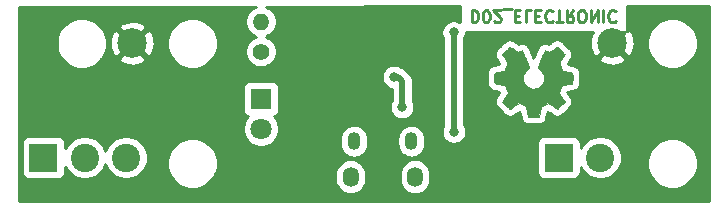
<source format=gbr>
G04 #@! TF.GenerationSoftware,KiCad,Pcbnew,5.1.5-52549c5~86~ubuntu18.04.1*
G04 #@! TF.CreationDate,2020-09-17T20:32:56-05:00*
G04 #@! TF.ProjectId,D02,4430322e-6b69-4636-9164-5f7063625858,rev?*
G04 #@! TF.SameCoordinates,Original*
G04 #@! TF.FileFunction,Copper,L2,Bot*
G04 #@! TF.FilePolarity,Positive*
%FSLAX46Y46*%
G04 Gerber Fmt 4.6, Leading zero omitted, Abs format (unit mm)*
G04 Created by KiCad (PCBNEW 5.1.5-52549c5~86~ubuntu18.04.1) date 2020-09-17 20:32:56*
%MOMM*%
%LPD*%
G04 APERTURE LIST*
%ADD10C,0.250000*%
%ADD11C,0.010000*%
%ADD12O,1.400000X1.400000*%
%ADD13C,1.400000*%
%ADD14C,2.400000*%
%ADD15R,2.400000X2.400000*%
%ADD16C,1.800000*%
%ADD17R,1.800000X1.800000*%
%ADD18O,1.350000X1.700000*%
%ADD19O,1.100000X1.500000*%
%ADD20C,2.499360*%
%ADD21C,0.800000*%
%ADD22C,0.500000*%
%ADD23C,0.254000*%
G04 APERTURE END LIST*
D10*
X59003371Y-21010619D02*
X59003371Y-22010619D01*
X59241466Y-22010619D01*
X59384323Y-21963000D01*
X59479561Y-21867761D01*
X59527180Y-21772523D01*
X59574800Y-21582047D01*
X59574800Y-21439190D01*
X59527180Y-21248714D01*
X59479561Y-21153476D01*
X59384323Y-21058238D01*
X59241466Y-21010619D01*
X59003371Y-21010619D01*
X60193847Y-22010619D02*
X60289085Y-22010619D01*
X60384323Y-21963000D01*
X60431942Y-21915380D01*
X60479561Y-21820142D01*
X60527180Y-21629666D01*
X60527180Y-21391571D01*
X60479561Y-21201095D01*
X60431942Y-21105857D01*
X60384323Y-21058238D01*
X60289085Y-21010619D01*
X60193847Y-21010619D01*
X60098609Y-21058238D01*
X60050990Y-21105857D01*
X60003371Y-21201095D01*
X59955752Y-21391571D01*
X59955752Y-21629666D01*
X60003371Y-21820142D01*
X60050990Y-21915380D01*
X60098609Y-21963000D01*
X60193847Y-22010619D01*
X60908133Y-21915380D02*
X60955752Y-21963000D01*
X61050990Y-22010619D01*
X61289085Y-22010619D01*
X61384323Y-21963000D01*
X61431942Y-21915380D01*
X61479561Y-21820142D01*
X61479561Y-21724904D01*
X61431942Y-21582047D01*
X60860514Y-21010619D01*
X61479561Y-21010619D01*
X61670038Y-20915380D02*
X62431942Y-20915380D01*
X62670038Y-21534428D02*
X63003371Y-21534428D01*
X63146228Y-21010619D02*
X62670038Y-21010619D01*
X62670038Y-22010619D01*
X63146228Y-22010619D01*
X64050990Y-21010619D02*
X63574799Y-21010619D01*
X63574799Y-22010619D01*
X64384323Y-21534428D02*
X64717657Y-21534428D01*
X64860514Y-21010619D02*
X64384323Y-21010619D01*
X64384323Y-22010619D01*
X64860514Y-22010619D01*
X65860514Y-21105857D02*
X65812895Y-21058238D01*
X65670038Y-21010619D01*
X65574799Y-21010619D01*
X65431942Y-21058238D01*
X65336704Y-21153476D01*
X65289085Y-21248714D01*
X65241466Y-21439190D01*
X65241466Y-21582047D01*
X65289085Y-21772523D01*
X65336704Y-21867761D01*
X65431942Y-21963000D01*
X65574799Y-22010619D01*
X65670038Y-22010619D01*
X65812895Y-21963000D01*
X65860514Y-21915380D01*
X66146228Y-22010619D02*
X66717657Y-22010619D01*
X66431942Y-21010619D02*
X66431942Y-22010619D01*
X67622419Y-21010619D02*
X67289085Y-21486809D01*
X67050990Y-21010619D02*
X67050990Y-22010619D01*
X67431942Y-22010619D01*
X67527180Y-21963000D01*
X67574800Y-21915380D01*
X67622419Y-21820142D01*
X67622419Y-21677285D01*
X67574800Y-21582047D01*
X67527180Y-21534428D01*
X67431942Y-21486809D01*
X67050990Y-21486809D01*
X68241466Y-22010619D02*
X68431942Y-22010619D01*
X68527180Y-21963000D01*
X68622419Y-21867761D01*
X68670038Y-21677285D01*
X68670038Y-21343952D01*
X68622419Y-21153476D01*
X68527180Y-21058238D01*
X68431942Y-21010619D01*
X68241466Y-21010619D01*
X68146228Y-21058238D01*
X68050990Y-21153476D01*
X68003371Y-21343952D01*
X68003371Y-21677285D01*
X68050990Y-21867761D01*
X68146228Y-21963000D01*
X68241466Y-22010619D01*
X69098609Y-21010619D02*
X69098609Y-22010619D01*
X69670038Y-21010619D01*
X69670038Y-22010619D01*
X70146228Y-21010619D02*
X70146228Y-22010619D01*
X71193847Y-21105857D02*
X71146228Y-21058238D01*
X71003371Y-21010619D01*
X70908133Y-21010619D01*
X70765276Y-21058238D01*
X70670038Y-21153476D01*
X70622419Y-21248714D01*
X70574800Y-21439190D01*
X70574800Y-21582047D01*
X70622419Y-21772523D01*
X70670038Y-21867761D01*
X70765276Y-21963000D01*
X70908133Y-22010619D01*
X71003371Y-22010619D01*
X71146228Y-21963000D01*
X71193847Y-21915380D01*
D11*
G36*
X64792414Y-29582069D02*
G01*
X64876235Y-29137445D01*
X65185520Y-29009947D01*
X65494806Y-28882449D01*
X65865846Y-29134754D01*
X65969757Y-29205004D01*
X66063687Y-29267728D01*
X66143252Y-29320062D01*
X66204070Y-29359143D01*
X66241757Y-29382107D01*
X66252021Y-29387058D01*
X66270510Y-29374324D01*
X66310020Y-29339118D01*
X66366122Y-29285938D01*
X66434387Y-29219282D01*
X66510386Y-29143646D01*
X66589692Y-29063528D01*
X66667875Y-28983426D01*
X66740507Y-28907836D01*
X66803159Y-28841255D01*
X66851403Y-28788182D01*
X66880810Y-28753113D01*
X66887841Y-28741377D01*
X66877723Y-28719740D01*
X66849359Y-28672338D01*
X66805729Y-28603807D01*
X66749818Y-28518785D01*
X66684606Y-28421907D01*
X66646819Y-28366650D01*
X66577943Y-28265752D01*
X66516740Y-28174701D01*
X66466178Y-28098030D01*
X66429228Y-28040272D01*
X66408858Y-28005957D01*
X66405797Y-27998746D01*
X66412736Y-27978252D01*
X66431651Y-27930487D01*
X66459687Y-27862168D01*
X66493991Y-27780011D01*
X66531709Y-27690730D01*
X66569987Y-27601042D01*
X66605970Y-27517662D01*
X66636806Y-27447306D01*
X66659639Y-27396690D01*
X66671617Y-27372529D01*
X66672324Y-27371578D01*
X66691131Y-27366964D01*
X66741218Y-27356672D01*
X66817393Y-27341713D01*
X66914465Y-27323099D01*
X67027243Y-27301841D01*
X67093042Y-27289582D01*
X67213550Y-27266638D01*
X67322397Y-27244805D01*
X67414076Y-27225278D01*
X67483081Y-27209252D01*
X67523904Y-27197921D01*
X67532111Y-27194326D01*
X67540148Y-27169994D01*
X67546633Y-27115041D01*
X67551570Y-27035892D01*
X67554964Y-26938974D01*
X67556818Y-26830713D01*
X67557138Y-26717535D01*
X67555927Y-26605865D01*
X67553190Y-26502132D01*
X67548931Y-26412759D01*
X67543155Y-26344174D01*
X67535867Y-26302803D01*
X67531495Y-26294190D01*
X67505364Y-26283867D01*
X67449993Y-26269108D01*
X67372707Y-26251648D01*
X67280830Y-26233220D01*
X67248758Y-26227259D01*
X67094124Y-26198934D01*
X66971975Y-26176124D01*
X66878273Y-26157920D01*
X66808984Y-26143417D01*
X66760071Y-26131708D01*
X66727497Y-26121885D01*
X66707228Y-26113044D01*
X66695226Y-26104276D01*
X66693547Y-26102543D01*
X66676784Y-26074629D01*
X66651214Y-26020305D01*
X66619388Y-25946223D01*
X66583860Y-25859035D01*
X66547183Y-25765392D01*
X66511911Y-25671948D01*
X66480596Y-25585353D01*
X66455793Y-25512260D01*
X66440054Y-25459322D01*
X66435932Y-25433189D01*
X66436276Y-25432274D01*
X66450241Y-25410914D01*
X66481922Y-25363916D01*
X66527991Y-25296173D01*
X66585118Y-25212577D01*
X66649973Y-25118018D01*
X66668443Y-25091146D01*
X66734299Y-24993725D01*
X66792250Y-24904837D01*
X66839138Y-24829588D01*
X66871807Y-24773080D01*
X66887100Y-24740419D01*
X66887841Y-24736407D01*
X66874992Y-24715316D01*
X66839488Y-24673536D01*
X66785893Y-24615555D01*
X66718771Y-24545865D01*
X66642687Y-24468955D01*
X66562204Y-24389317D01*
X66481887Y-24311439D01*
X66406299Y-24239814D01*
X66340005Y-24178930D01*
X66287569Y-24133279D01*
X66253555Y-24107350D01*
X66244145Y-24103117D01*
X66222243Y-24113088D01*
X66177400Y-24139980D01*
X66116921Y-24179264D01*
X66070389Y-24210883D01*
X65986075Y-24268902D01*
X65886226Y-24337216D01*
X65786073Y-24405421D01*
X65732227Y-24441925D01*
X65549971Y-24565200D01*
X65396981Y-24482480D01*
X65327282Y-24446241D01*
X65268014Y-24418074D01*
X65227911Y-24402009D01*
X65217703Y-24399774D01*
X65205429Y-24416278D01*
X65181213Y-24462918D01*
X65146863Y-24535391D01*
X65104188Y-24629394D01*
X65054994Y-24740626D01*
X65001090Y-24864785D01*
X64944284Y-24997568D01*
X64886382Y-25134673D01*
X64829193Y-25271798D01*
X64774524Y-25404642D01*
X64724184Y-25528902D01*
X64679980Y-25640275D01*
X64643719Y-25734461D01*
X64617209Y-25807156D01*
X64602258Y-25854059D01*
X64599854Y-25870167D01*
X64618911Y-25890714D01*
X64660636Y-25924067D01*
X64716306Y-25963298D01*
X64720978Y-25966401D01*
X64864864Y-26081577D01*
X64980883Y-26215947D01*
X65068030Y-26365216D01*
X65125299Y-26525087D01*
X65151686Y-26691263D01*
X65146185Y-26859448D01*
X65107790Y-27025345D01*
X65035495Y-27184658D01*
X65014226Y-27219513D01*
X64903596Y-27360263D01*
X64772902Y-27473286D01*
X64626664Y-27557997D01*
X64469408Y-27613806D01*
X64305657Y-27640126D01*
X64139933Y-27636370D01*
X63976762Y-27601950D01*
X63820665Y-27536277D01*
X63676167Y-27438765D01*
X63631469Y-27399187D01*
X63517712Y-27275297D01*
X63434818Y-27144876D01*
X63377956Y-26998685D01*
X63346287Y-26853912D01*
X63338469Y-26691140D01*
X63364538Y-26527560D01*
X63421845Y-26368702D01*
X63507744Y-26220094D01*
X63619586Y-26087265D01*
X63754723Y-25975744D01*
X63772483Y-25963989D01*
X63828750Y-25925492D01*
X63871523Y-25892137D01*
X63891972Y-25870840D01*
X63892269Y-25870167D01*
X63887879Y-25847129D01*
X63870476Y-25794843D01*
X63841868Y-25717610D01*
X63803865Y-25619732D01*
X63758274Y-25505509D01*
X63706903Y-25379242D01*
X63651562Y-25245233D01*
X63594058Y-25107782D01*
X63536201Y-24971192D01*
X63479798Y-24839763D01*
X63426658Y-24717795D01*
X63378590Y-24609591D01*
X63337401Y-24519451D01*
X63304901Y-24451677D01*
X63282897Y-24410570D01*
X63274036Y-24399774D01*
X63246960Y-24408181D01*
X63196297Y-24430728D01*
X63130783Y-24463387D01*
X63094759Y-24482480D01*
X62941768Y-24565200D01*
X62759512Y-24441925D01*
X62666475Y-24378772D01*
X62564615Y-24309273D01*
X62469162Y-24243835D01*
X62421350Y-24210883D01*
X62354105Y-24165727D01*
X62297164Y-24129943D01*
X62257954Y-24108062D01*
X62245219Y-24103437D01*
X62226683Y-24115915D01*
X62185659Y-24150748D01*
X62126125Y-24204322D01*
X62052058Y-24273017D01*
X61967435Y-24353219D01*
X61913915Y-24404714D01*
X61820281Y-24496714D01*
X61739359Y-24579001D01*
X61674423Y-24648055D01*
X61628742Y-24700356D01*
X61605589Y-24732384D01*
X61603368Y-24738884D01*
X61613676Y-24763606D01*
X61642161Y-24813595D01*
X61685663Y-24883788D01*
X61741023Y-24969125D01*
X61805080Y-25064544D01*
X61823297Y-25091146D01*
X61889673Y-25187833D01*
X61949222Y-25274883D01*
X61998616Y-25347405D01*
X62034525Y-25400507D01*
X62053619Y-25429297D01*
X62055464Y-25432274D01*
X62052705Y-25455218D01*
X62038062Y-25505664D01*
X62014087Y-25576959D01*
X61983334Y-25662453D01*
X61948356Y-25755493D01*
X61911707Y-25849426D01*
X61875939Y-25937601D01*
X61843606Y-26013366D01*
X61817262Y-26070069D01*
X61799458Y-26101057D01*
X61798193Y-26102543D01*
X61787306Y-26111399D01*
X61768918Y-26120157D01*
X61738994Y-26129723D01*
X61693497Y-26141004D01*
X61628391Y-26154907D01*
X61539639Y-26172337D01*
X61423207Y-26194202D01*
X61275058Y-26221409D01*
X61242982Y-26227259D01*
X61147914Y-26245626D01*
X61065035Y-26263595D01*
X61001670Y-26279431D01*
X60965142Y-26291400D01*
X60960244Y-26294190D01*
X60952173Y-26318928D01*
X60945613Y-26374210D01*
X60940567Y-26453611D01*
X60937041Y-26550704D01*
X60935039Y-26659062D01*
X60934564Y-26772260D01*
X60935623Y-26883872D01*
X60938218Y-26987471D01*
X60942354Y-27076632D01*
X60948037Y-27144928D01*
X60955269Y-27185934D01*
X60959629Y-27194326D01*
X60983902Y-27202792D01*
X61039174Y-27216565D01*
X61119938Y-27234450D01*
X61220688Y-27255252D01*
X61335917Y-27277777D01*
X61398698Y-27289582D01*
X61517813Y-27311849D01*
X61624035Y-27332021D01*
X61712173Y-27349085D01*
X61777034Y-27362031D01*
X61813426Y-27369845D01*
X61819416Y-27371578D01*
X61829539Y-27391110D01*
X61850938Y-27438157D01*
X61880761Y-27505997D01*
X61916155Y-27587909D01*
X61954268Y-27677172D01*
X61992247Y-27767065D01*
X62027240Y-27850865D01*
X62056394Y-27921853D01*
X62076857Y-27973306D01*
X62085777Y-27998503D01*
X62085943Y-27999604D01*
X62075831Y-28019481D01*
X62047483Y-28065223D01*
X62003877Y-28132283D01*
X61947994Y-28216116D01*
X61882813Y-28312174D01*
X61844921Y-28367350D01*
X61775875Y-28468519D01*
X61714550Y-28560370D01*
X61663937Y-28638256D01*
X61627029Y-28697531D01*
X61606818Y-28733549D01*
X61603899Y-28741623D01*
X61616447Y-28760416D01*
X61651137Y-28800543D01*
X61703537Y-28857507D01*
X61769216Y-28926815D01*
X61843744Y-29003969D01*
X61922687Y-29084475D01*
X62001617Y-29163837D01*
X62076100Y-29237560D01*
X62141706Y-29301148D01*
X62194004Y-29350106D01*
X62228561Y-29379939D01*
X62240122Y-29387058D01*
X62258946Y-29377047D01*
X62303969Y-29348922D01*
X62370813Y-29305546D01*
X62455101Y-29249782D01*
X62552456Y-29184494D01*
X62625893Y-29134754D01*
X62996933Y-28882449D01*
X63615505Y-29137445D01*
X63699325Y-29582069D01*
X63783146Y-30026693D01*
X64708594Y-30026693D01*
X64792414Y-29582069D01*
G37*
X64792414Y-29582069D02*
X64876235Y-29137445D01*
X65185520Y-29009947D01*
X65494806Y-28882449D01*
X65865846Y-29134754D01*
X65969757Y-29205004D01*
X66063687Y-29267728D01*
X66143252Y-29320062D01*
X66204070Y-29359143D01*
X66241757Y-29382107D01*
X66252021Y-29387058D01*
X66270510Y-29374324D01*
X66310020Y-29339118D01*
X66366122Y-29285938D01*
X66434387Y-29219282D01*
X66510386Y-29143646D01*
X66589692Y-29063528D01*
X66667875Y-28983426D01*
X66740507Y-28907836D01*
X66803159Y-28841255D01*
X66851403Y-28788182D01*
X66880810Y-28753113D01*
X66887841Y-28741377D01*
X66877723Y-28719740D01*
X66849359Y-28672338D01*
X66805729Y-28603807D01*
X66749818Y-28518785D01*
X66684606Y-28421907D01*
X66646819Y-28366650D01*
X66577943Y-28265752D01*
X66516740Y-28174701D01*
X66466178Y-28098030D01*
X66429228Y-28040272D01*
X66408858Y-28005957D01*
X66405797Y-27998746D01*
X66412736Y-27978252D01*
X66431651Y-27930487D01*
X66459687Y-27862168D01*
X66493991Y-27780011D01*
X66531709Y-27690730D01*
X66569987Y-27601042D01*
X66605970Y-27517662D01*
X66636806Y-27447306D01*
X66659639Y-27396690D01*
X66671617Y-27372529D01*
X66672324Y-27371578D01*
X66691131Y-27366964D01*
X66741218Y-27356672D01*
X66817393Y-27341713D01*
X66914465Y-27323099D01*
X67027243Y-27301841D01*
X67093042Y-27289582D01*
X67213550Y-27266638D01*
X67322397Y-27244805D01*
X67414076Y-27225278D01*
X67483081Y-27209252D01*
X67523904Y-27197921D01*
X67532111Y-27194326D01*
X67540148Y-27169994D01*
X67546633Y-27115041D01*
X67551570Y-27035892D01*
X67554964Y-26938974D01*
X67556818Y-26830713D01*
X67557138Y-26717535D01*
X67555927Y-26605865D01*
X67553190Y-26502132D01*
X67548931Y-26412759D01*
X67543155Y-26344174D01*
X67535867Y-26302803D01*
X67531495Y-26294190D01*
X67505364Y-26283867D01*
X67449993Y-26269108D01*
X67372707Y-26251648D01*
X67280830Y-26233220D01*
X67248758Y-26227259D01*
X67094124Y-26198934D01*
X66971975Y-26176124D01*
X66878273Y-26157920D01*
X66808984Y-26143417D01*
X66760071Y-26131708D01*
X66727497Y-26121885D01*
X66707228Y-26113044D01*
X66695226Y-26104276D01*
X66693547Y-26102543D01*
X66676784Y-26074629D01*
X66651214Y-26020305D01*
X66619388Y-25946223D01*
X66583860Y-25859035D01*
X66547183Y-25765392D01*
X66511911Y-25671948D01*
X66480596Y-25585353D01*
X66455793Y-25512260D01*
X66440054Y-25459322D01*
X66435932Y-25433189D01*
X66436276Y-25432274D01*
X66450241Y-25410914D01*
X66481922Y-25363916D01*
X66527991Y-25296173D01*
X66585118Y-25212577D01*
X66649973Y-25118018D01*
X66668443Y-25091146D01*
X66734299Y-24993725D01*
X66792250Y-24904837D01*
X66839138Y-24829588D01*
X66871807Y-24773080D01*
X66887100Y-24740419D01*
X66887841Y-24736407D01*
X66874992Y-24715316D01*
X66839488Y-24673536D01*
X66785893Y-24615555D01*
X66718771Y-24545865D01*
X66642687Y-24468955D01*
X66562204Y-24389317D01*
X66481887Y-24311439D01*
X66406299Y-24239814D01*
X66340005Y-24178930D01*
X66287569Y-24133279D01*
X66253555Y-24107350D01*
X66244145Y-24103117D01*
X66222243Y-24113088D01*
X66177400Y-24139980D01*
X66116921Y-24179264D01*
X66070389Y-24210883D01*
X65986075Y-24268902D01*
X65886226Y-24337216D01*
X65786073Y-24405421D01*
X65732227Y-24441925D01*
X65549971Y-24565200D01*
X65396981Y-24482480D01*
X65327282Y-24446241D01*
X65268014Y-24418074D01*
X65227911Y-24402009D01*
X65217703Y-24399774D01*
X65205429Y-24416278D01*
X65181213Y-24462918D01*
X65146863Y-24535391D01*
X65104188Y-24629394D01*
X65054994Y-24740626D01*
X65001090Y-24864785D01*
X64944284Y-24997568D01*
X64886382Y-25134673D01*
X64829193Y-25271798D01*
X64774524Y-25404642D01*
X64724184Y-25528902D01*
X64679980Y-25640275D01*
X64643719Y-25734461D01*
X64617209Y-25807156D01*
X64602258Y-25854059D01*
X64599854Y-25870167D01*
X64618911Y-25890714D01*
X64660636Y-25924067D01*
X64716306Y-25963298D01*
X64720978Y-25966401D01*
X64864864Y-26081577D01*
X64980883Y-26215947D01*
X65068030Y-26365216D01*
X65125299Y-26525087D01*
X65151686Y-26691263D01*
X65146185Y-26859448D01*
X65107790Y-27025345D01*
X65035495Y-27184658D01*
X65014226Y-27219513D01*
X64903596Y-27360263D01*
X64772902Y-27473286D01*
X64626664Y-27557997D01*
X64469408Y-27613806D01*
X64305657Y-27640126D01*
X64139933Y-27636370D01*
X63976762Y-27601950D01*
X63820665Y-27536277D01*
X63676167Y-27438765D01*
X63631469Y-27399187D01*
X63517712Y-27275297D01*
X63434818Y-27144876D01*
X63377956Y-26998685D01*
X63346287Y-26853912D01*
X63338469Y-26691140D01*
X63364538Y-26527560D01*
X63421845Y-26368702D01*
X63507744Y-26220094D01*
X63619586Y-26087265D01*
X63754723Y-25975744D01*
X63772483Y-25963989D01*
X63828750Y-25925492D01*
X63871523Y-25892137D01*
X63891972Y-25870840D01*
X63892269Y-25870167D01*
X63887879Y-25847129D01*
X63870476Y-25794843D01*
X63841868Y-25717610D01*
X63803865Y-25619732D01*
X63758274Y-25505509D01*
X63706903Y-25379242D01*
X63651562Y-25245233D01*
X63594058Y-25107782D01*
X63536201Y-24971192D01*
X63479798Y-24839763D01*
X63426658Y-24717795D01*
X63378590Y-24609591D01*
X63337401Y-24519451D01*
X63304901Y-24451677D01*
X63282897Y-24410570D01*
X63274036Y-24399774D01*
X63246960Y-24408181D01*
X63196297Y-24430728D01*
X63130783Y-24463387D01*
X63094759Y-24482480D01*
X62941768Y-24565200D01*
X62759512Y-24441925D01*
X62666475Y-24378772D01*
X62564615Y-24309273D01*
X62469162Y-24243835D01*
X62421350Y-24210883D01*
X62354105Y-24165727D01*
X62297164Y-24129943D01*
X62257954Y-24108062D01*
X62245219Y-24103437D01*
X62226683Y-24115915D01*
X62185659Y-24150748D01*
X62126125Y-24204322D01*
X62052058Y-24273017D01*
X61967435Y-24353219D01*
X61913915Y-24404714D01*
X61820281Y-24496714D01*
X61739359Y-24579001D01*
X61674423Y-24648055D01*
X61628742Y-24700356D01*
X61605589Y-24732384D01*
X61603368Y-24738884D01*
X61613676Y-24763606D01*
X61642161Y-24813595D01*
X61685663Y-24883788D01*
X61741023Y-24969125D01*
X61805080Y-25064544D01*
X61823297Y-25091146D01*
X61889673Y-25187833D01*
X61949222Y-25274883D01*
X61998616Y-25347405D01*
X62034525Y-25400507D01*
X62053619Y-25429297D01*
X62055464Y-25432274D01*
X62052705Y-25455218D01*
X62038062Y-25505664D01*
X62014087Y-25576959D01*
X61983334Y-25662453D01*
X61948356Y-25755493D01*
X61911707Y-25849426D01*
X61875939Y-25937601D01*
X61843606Y-26013366D01*
X61817262Y-26070069D01*
X61799458Y-26101057D01*
X61798193Y-26102543D01*
X61787306Y-26111399D01*
X61768918Y-26120157D01*
X61738994Y-26129723D01*
X61693497Y-26141004D01*
X61628391Y-26154907D01*
X61539639Y-26172337D01*
X61423207Y-26194202D01*
X61275058Y-26221409D01*
X61242982Y-26227259D01*
X61147914Y-26245626D01*
X61065035Y-26263595D01*
X61001670Y-26279431D01*
X60965142Y-26291400D01*
X60960244Y-26294190D01*
X60952173Y-26318928D01*
X60945613Y-26374210D01*
X60940567Y-26453611D01*
X60937041Y-26550704D01*
X60935039Y-26659062D01*
X60934564Y-26772260D01*
X60935623Y-26883872D01*
X60938218Y-26987471D01*
X60942354Y-27076632D01*
X60948037Y-27144928D01*
X60955269Y-27185934D01*
X60959629Y-27194326D01*
X60983902Y-27202792D01*
X61039174Y-27216565D01*
X61119938Y-27234450D01*
X61220688Y-27255252D01*
X61335917Y-27277777D01*
X61398698Y-27289582D01*
X61517813Y-27311849D01*
X61624035Y-27332021D01*
X61712173Y-27349085D01*
X61777034Y-27362031D01*
X61813426Y-27369845D01*
X61819416Y-27371578D01*
X61829539Y-27391110D01*
X61850938Y-27438157D01*
X61880761Y-27505997D01*
X61916155Y-27587909D01*
X61954268Y-27677172D01*
X61992247Y-27767065D01*
X62027240Y-27850865D01*
X62056394Y-27921853D01*
X62076857Y-27973306D01*
X62085777Y-27998503D01*
X62085943Y-27999604D01*
X62075831Y-28019481D01*
X62047483Y-28065223D01*
X62003877Y-28132283D01*
X61947994Y-28216116D01*
X61882813Y-28312174D01*
X61844921Y-28367350D01*
X61775875Y-28468519D01*
X61714550Y-28560370D01*
X61663937Y-28638256D01*
X61627029Y-28697531D01*
X61606818Y-28733549D01*
X61603899Y-28741623D01*
X61616447Y-28760416D01*
X61651137Y-28800543D01*
X61703537Y-28857507D01*
X61769216Y-28926815D01*
X61843744Y-29003969D01*
X61922687Y-29084475D01*
X62001617Y-29163837D01*
X62076100Y-29237560D01*
X62141706Y-29301148D01*
X62194004Y-29350106D01*
X62228561Y-29379939D01*
X62240122Y-29387058D01*
X62258946Y-29377047D01*
X62303969Y-29348922D01*
X62370813Y-29305546D01*
X62455101Y-29249782D01*
X62552456Y-29184494D01*
X62625893Y-29134754D01*
X62996933Y-28882449D01*
X63615505Y-29137445D01*
X63699325Y-29582069D01*
X63783146Y-30026693D01*
X64708594Y-30026693D01*
X64792414Y-29582069D01*
D12*
X41173400Y-21960000D03*
D13*
X41173400Y-24500000D03*
D14*
X29758400Y-33477200D03*
X26258400Y-33477200D03*
D15*
X22758400Y-33477200D03*
D14*
X69895600Y-33477200D03*
D15*
X66395600Y-33477200D03*
D16*
X41173400Y-31040000D03*
D17*
X41173400Y-28500000D03*
D18*
X54216200Y-35100200D03*
X48756200Y-35100200D03*
D19*
X53906200Y-32100200D03*
X49066200Y-32100200D03*
D20*
X30280000Y-23810000D03*
X70920000Y-23810000D03*
D21*
X53136800Y-29210000D03*
X52451000Y-26644600D03*
X57505600Y-31292800D03*
X57480200Y-22885400D03*
D22*
X53136800Y-29210000D02*
X53136800Y-27000200D01*
X53136800Y-27000200D02*
X52781200Y-26644600D01*
X52781200Y-26644600D02*
X52451000Y-26644600D01*
X57505600Y-22910800D02*
X57480200Y-22885400D01*
X57505600Y-31292800D02*
X57505600Y-22910800D01*
D23*
G36*
X79150001Y-34935646D02*
G01*
X79146691Y-37120000D01*
X20700784Y-37120000D01*
X20693414Y-32277200D01*
X20920328Y-32277200D01*
X20920328Y-34677200D01*
X20932588Y-34801682D01*
X20968898Y-34921380D01*
X21027863Y-35031694D01*
X21107215Y-35128385D01*
X21203906Y-35207737D01*
X21314220Y-35266702D01*
X21433918Y-35303012D01*
X21558400Y-35315272D01*
X23958400Y-35315272D01*
X24082882Y-35303012D01*
X24202580Y-35266702D01*
X24312894Y-35207737D01*
X24409585Y-35128385D01*
X24488937Y-35031694D01*
X24547902Y-34921380D01*
X24584212Y-34801682D01*
X24596472Y-34677200D01*
X24596472Y-34260038D01*
X24632244Y-34346399D01*
X24833062Y-34646944D01*
X25088656Y-34902538D01*
X25389201Y-35103356D01*
X25723150Y-35241682D01*
X26077668Y-35312200D01*
X26439132Y-35312200D01*
X26793650Y-35241682D01*
X27127599Y-35103356D01*
X27428144Y-34902538D01*
X27683738Y-34646944D01*
X27884556Y-34346399D01*
X28008400Y-34047413D01*
X28132244Y-34346399D01*
X28333062Y-34646944D01*
X28588656Y-34902538D01*
X28889201Y-35103356D01*
X29223150Y-35241682D01*
X29577668Y-35312200D01*
X29939132Y-35312200D01*
X30293650Y-35241682D01*
X30627599Y-35103356D01*
X30928144Y-34902538D01*
X31183738Y-34646944D01*
X31384556Y-34346399D01*
X31522882Y-34012450D01*
X31573152Y-33759721D01*
X33225000Y-33759721D01*
X33225000Y-34180279D01*
X33307047Y-34592756D01*
X33467988Y-34981302D01*
X33701637Y-35330983D01*
X33999017Y-35628363D01*
X34348698Y-35862012D01*
X34737244Y-36022953D01*
X35149721Y-36105000D01*
X35570279Y-36105000D01*
X35982756Y-36022953D01*
X36371302Y-35862012D01*
X36720983Y-35628363D01*
X37018363Y-35330983D01*
X37252012Y-34981302D01*
X37301904Y-34860850D01*
X47446200Y-34860850D01*
X47446200Y-35339551D01*
X47465155Y-35532005D01*
X47540062Y-35778941D01*
X47661705Y-36006518D01*
X47825409Y-36205992D01*
X48024883Y-36369695D01*
X48252460Y-36491338D01*
X48499396Y-36566245D01*
X48756200Y-36591538D01*
X49013005Y-36566245D01*
X49259941Y-36491338D01*
X49487518Y-36369695D01*
X49686992Y-36205992D01*
X49850695Y-36006518D01*
X49972338Y-35778940D01*
X50047245Y-35532004D01*
X50066200Y-35339550D01*
X50066200Y-34860850D01*
X52906200Y-34860850D01*
X52906200Y-35339551D01*
X52925155Y-35532005D01*
X53000062Y-35778941D01*
X53121705Y-36006518D01*
X53285409Y-36205992D01*
X53484883Y-36369695D01*
X53712460Y-36491338D01*
X53959396Y-36566245D01*
X54216200Y-36591538D01*
X54473005Y-36566245D01*
X54719941Y-36491338D01*
X54947518Y-36369695D01*
X55146992Y-36205992D01*
X55310695Y-36006518D01*
X55432338Y-35778940D01*
X55507245Y-35532004D01*
X55526200Y-35339550D01*
X55526200Y-34860849D01*
X55507245Y-34668395D01*
X55432338Y-34421459D01*
X55310695Y-34193882D01*
X55146992Y-33994408D01*
X54947517Y-33830705D01*
X54719940Y-33709062D01*
X54473004Y-33634155D01*
X54216200Y-33608862D01*
X53959395Y-33634155D01*
X53712459Y-33709062D01*
X53484882Y-33830705D01*
X53285408Y-33994408D01*
X53121705Y-34193883D01*
X53000062Y-34421460D01*
X52925155Y-34668396D01*
X52906200Y-34860850D01*
X50066200Y-34860850D01*
X50066200Y-34860849D01*
X50047245Y-34668395D01*
X49972338Y-34421459D01*
X49850695Y-34193882D01*
X49686992Y-33994408D01*
X49487517Y-33830705D01*
X49259940Y-33709062D01*
X49013004Y-33634155D01*
X48756200Y-33608862D01*
X48499395Y-33634155D01*
X48252459Y-33709062D01*
X48024882Y-33830705D01*
X47825408Y-33994408D01*
X47661705Y-34193883D01*
X47540062Y-34421460D01*
X47465155Y-34668396D01*
X47446200Y-34860850D01*
X37301904Y-34860850D01*
X37412953Y-34592756D01*
X37495000Y-34180279D01*
X37495000Y-33759721D01*
X37412953Y-33347244D01*
X37252012Y-32958698D01*
X37018363Y-32609017D01*
X36720983Y-32311637D01*
X36371302Y-32077988D01*
X35982756Y-31917047D01*
X35570279Y-31835000D01*
X35149721Y-31835000D01*
X34737244Y-31917047D01*
X34348698Y-32077988D01*
X33999017Y-32311637D01*
X33701637Y-32609017D01*
X33467988Y-32958698D01*
X33307047Y-33347244D01*
X33225000Y-33759721D01*
X31573152Y-33759721D01*
X31593400Y-33657932D01*
X31593400Y-33296468D01*
X31522882Y-32941950D01*
X31384556Y-32608001D01*
X31183738Y-32307456D01*
X30928144Y-32051862D01*
X30627599Y-31851044D01*
X30293650Y-31712718D01*
X29939132Y-31642200D01*
X29577668Y-31642200D01*
X29223150Y-31712718D01*
X28889201Y-31851044D01*
X28588656Y-32051862D01*
X28333062Y-32307456D01*
X28132244Y-32608001D01*
X28008400Y-32906987D01*
X27884556Y-32608001D01*
X27683738Y-32307456D01*
X27428144Y-32051862D01*
X27127599Y-31851044D01*
X26793650Y-31712718D01*
X26439132Y-31642200D01*
X26077668Y-31642200D01*
X25723150Y-31712718D01*
X25389201Y-31851044D01*
X25088656Y-32051862D01*
X24833062Y-32307456D01*
X24632244Y-32608001D01*
X24596472Y-32694362D01*
X24596472Y-32277200D01*
X24584212Y-32152718D01*
X24547902Y-32033020D01*
X24488937Y-31922706D01*
X24409585Y-31826015D01*
X24312894Y-31746663D01*
X24202580Y-31687698D01*
X24082882Y-31651388D01*
X23958400Y-31639128D01*
X21558400Y-31639128D01*
X21433918Y-31651388D01*
X21314220Y-31687698D01*
X21203906Y-31746663D01*
X21107215Y-31826015D01*
X21027863Y-31922706D01*
X20968898Y-32033020D01*
X20932588Y-32152718D01*
X20920328Y-32277200D01*
X20693414Y-32277200D01*
X20686296Y-27600000D01*
X39635328Y-27600000D01*
X39635328Y-29400000D01*
X39647588Y-29524482D01*
X39683898Y-29644180D01*
X39742863Y-29754494D01*
X39822215Y-29851185D01*
X39918906Y-29930537D01*
X40029220Y-29989502D01*
X40047527Y-29995056D01*
X39981088Y-30061495D01*
X39813101Y-30312905D01*
X39697389Y-30592257D01*
X39638400Y-30888816D01*
X39638400Y-31191184D01*
X39697389Y-31487743D01*
X39813101Y-31767095D01*
X39981088Y-32018505D01*
X40194895Y-32232312D01*
X40446305Y-32400299D01*
X40725657Y-32516011D01*
X41022216Y-32575000D01*
X41324584Y-32575000D01*
X41621143Y-32516011D01*
X41900495Y-32400299D01*
X42151905Y-32232312D01*
X42365712Y-32018505D01*
X42483653Y-31841994D01*
X47881200Y-31841994D01*
X47881200Y-32358407D01*
X47898347Y-32532500D01*
X47966106Y-32755874D01*
X48076143Y-32961736D01*
X48224226Y-33142175D01*
X48404665Y-33290258D01*
X48610527Y-33400294D01*
X48833901Y-33468053D01*
X49066200Y-33490933D01*
X49298500Y-33468053D01*
X49521874Y-33400294D01*
X49727736Y-33290258D01*
X49908175Y-33142175D01*
X50056258Y-32961736D01*
X50166294Y-32755873D01*
X50234053Y-32532499D01*
X50251200Y-32358406D01*
X50251200Y-31841994D01*
X52721200Y-31841994D01*
X52721200Y-32358407D01*
X52738347Y-32532500D01*
X52806106Y-32755874D01*
X52916143Y-32961736D01*
X53064226Y-33142175D01*
X53244665Y-33290258D01*
X53450527Y-33400294D01*
X53673901Y-33468053D01*
X53906200Y-33490933D01*
X54138500Y-33468053D01*
X54361874Y-33400294D01*
X54567736Y-33290258D01*
X54748175Y-33142175D01*
X54896258Y-32961736D01*
X55006294Y-32755873D01*
X55074053Y-32532499D01*
X55091200Y-32358406D01*
X55091200Y-31841993D01*
X55074053Y-31667900D01*
X55006294Y-31444526D01*
X54896258Y-31238664D01*
X54748175Y-31058225D01*
X54567735Y-30910142D01*
X54361873Y-30800106D01*
X54138499Y-30732347D01*
X53906200Y-30709467D01*
X53673900Y-30732347D01*
X53450526Y-30800106D01*
X53244664Y-30910142D01*
X53064225Y-31058225D01*
X52916142Y-31238665D01*
X52806106Y-31444527D01*
X52738347Y-31667901D01*
X52721200Y-31841994D01*
X50251200Y-31841994D01*
X50251200Y-31841993D01*
X50234053Y-31667900D01*
X50166294Y-31444526D01*
X50056258Y-31238664D01*
X49908175Y-31058225D01*
X49727735Y-30910142D01*
X49521873Y-30800106D01*
X49298499Y-30732347D01*
X49066200Y-30709467D01*
X48833900Y-30732347D01*
X48610526Y-30800106D01*
X48404664Y-30910142D01*
X48224225Y-31058225D01*
X48076142Y-31238665D01*
X47966106Y-31444527D01*
X47898347Y-31667901D01*
X47881200Y-31841994D01*
X42483653Y-31841994D01*
X42533699Y-31767095D01*
X42649411Y-31487743D01*
X42708400Y-31191184D01*
X42708400Y-30888816D01*
X42649411Y-30592257D01*
X42533699Y-30312905D01*
X42365712Y-30061495D01*
X42299273Y-29995056D01*
X42317580Y-29989502D01*
X42427894Y-29930537D01*
X42524585Y-29851185D01*
X42603937Y-29754494D01*
X42662902Y-29644180D01*
X42699212Y-29524482D01*
X42711472Y-29400000D01*
X42711472Y-27600000D01*
X42699212Y-27475518D01*
X42662902Y-27355820D01*
X42603937Y-27245506D01*
X42524585Y-27148815D01*
X42427894Y-27069463D01*
X42317580Y-27010498D01*
X42197882Y-26974188D01*
X42073400Y-26961928D01*
X40273400Y-26961928D01*
X40148918Y-26974188D01*
X40029220Y-27010498D01*
X39918906Y-27069463D01*
X39822215Y-27148815D01*
X39742863Y-27245506D01*
X39683898Y-27355820D01*
X39647588Y-27475518D01*
X39635328Y-27600000D01*
X20686296Y-27600000D01*
X20684687Y-26542661D01*
X51416000Y-26542661D01*
X51416000Y-26746539D01*
X51455774Y-26946498D01*
X51533795Y-27134856D01*
X51647063Y-27304374D01*
X51791226Y-27448537D01*
X51960744Y-27561805D01*
X52149102Y-27639826D01*
X52251801Y-27660254D01*
X52251800Y-28671545D01*
X52219595Y-28719744D01*
X52141574Y-28908102D01*
X52101800Y-29108061D01*
X52101800Y-29311939D01*
X52141574Y-29511898D01*
X52219595Y-29700256D01*
X52332863Y-29869774D01*
X52477026Y-30013937D01*
X52646544Y-30127205D01*
X52834902Y-30205226D01*
X53034861Y-30245000D01*
X53238739Y-30245000D01*
X53438698Y-30205226D01*
X53627056Y-30127205D01*
X53796574Y-30013937D01*
X53940737Y-29869774D01*
X54054005Y-29700256D01*
X54132026Y-29511898D01*
X54171800Y-29311939D01*
X54171800Y-29108061D01*
X54132026Y-28908102D01*
X54054005Y-28719744D01*
X54021800Y-28671546D01*
X54021800Y-27043665D01*
X54026081Y-27000199D01*
X54021800Y-26956733D01*
X54021800Y-26956723D01*
X54008995Y-26826710D01*
X53958389Y-26659887D01*
X53876211Y-26506141D01*
X53765617Y-26371383D01*
X53731844Y-26343666D01*
X53437734Y-26049556D01*
X53410017Y-26015783D01*
X53275259Y-25905189D01*
X53121513Y-25823011D01*
X53053460Y-25802367D01*
X52941256Y-25727395D01*
X52752898Y-25649374D01*
X52552939Y-25609600D01*
X52349061Y-25609600D01*
X52149102Y-25649374D01*
X51960744Y-25727395D01*
X51791226Y-25840663D01*
X51647063Y-25984826D01*
X51533795Y-26154344D01*
X51455774Y-26342702D01*
X51416000Y-26542661D01*
X20684687Y-26542661D01*
X20680207Y-23599721D01*
X23865000Y-23599721D01*
X23865000Y-24020279D01*
X23947047Y-24432756D01*
X24107988Y-24821302D01*
X24341637Y-25170983D01*
X24639017Y-25468363D01*
X24988698Y-25702012D01*
X25377244Y-25862953D01*
X25789721Y-25945000D01*
X26210279Y-25945000D01*
X26622756Y-25862953D01*
X27011302Y-25702012D01*
X27360983Y-25468363D01*
X27658363Y-25170983D01*
X27690172Y-25123377D01*
X29146229Y-25123377D01*
X29272104Y-25413315D01*
X29604262Y-25579139D01*
X29962387Y-25676975D01*
X30332719Y-25703065D01*
X30701025Y-25656405D01*
X31053151Y-25538789D01*
X31287896Y-25413315D01*
X31413771Y-25123377D01*
X30280000Y-23989605D01*
X29146229Y-25123377D01*
X27690172Y-25123377D01*
X27892012Y-24821302D01*
X28052953Y-24432756D01*
X28135000Y-24020279D01*
X28135000Y-23862719D01*
X28386935Y-23862719D01*
X28433595Y-24231025D01*
X28551211Y-24583151D01*
X28676685Y-24817896D01*
X28966623Y-24943771D01*
X30100395Y-23810000D01*
X30459605Y-23810000D01*
X31593377Y-24943771D01*
X31883315Y-24817896D01*
X32049139Y-24485738D01*
X32146975Y-24127613D01*
X32173065Y-23757281D01*
X32153105Y-23599721D01*
X33225000Y-23599721D01*
X33225000Y-24020279D01*
X33307047Y-24432756D01*
X33467988Y-24821302D01*
X33701637Y-25170983D01*
X33999017Y-25468363D01*
X34348698Y-25702012D01*
X34737244Y-25862953D01*
X35149721Y-25945000D01*
X35570279Y-25945000D01*
X35982756Y-25862953D01*
X36371302Y-25702012D01*
X36720983Y-25468363D01*
X37018363Y-25170983D01*
X37252012Y-24821302D01*
X37412953Y-24432756D01*
X37495000Y-24020279D01*
X37495000Y-23599721D01*
X37412953Y-23187244D01*
X37252012Y-22798698D01*
X37018363Y-22449017D01*
X36720983Y-22151637D01*
X36371302Y-21917988D01*
X35982756Y-21757047D01*
X35570279Y-21675000D01*
X35149721Y-21675000D01*
X34737244Y-21757047D01*
X34348698Y-21917988D01*
X33999017Y-22151637D01*
X33701637Y-22449017D01*
X33467988Y-22798698D01*
X33307047Y-23187244D01*
X33225000Y-23599721D01*
X32153105Y-23599721D01*
X32126405Y-23388975D01*
X32008789Y-23036849D01*
X31883315Y-22802104D01*
X31593377Y-22676229D01*
X30459605Y-23810000D01*
X30100395Y-23810000D01*
X28966623Y-22676229D01*
X28676685Y-22802104D01*
X28510861Y-23134262D01*
X28413025Y-23492387D01*
X28386935Y-23862719D01*
X28135000Y-23862719D01*
X28135000Y-23599721D01*
X28052953Y-23187244D01*
X27892012Y-22798698D01*
X27690173Y-22496623D01*
X29146229Y-22496623D01*
X30280000Y-23630395D01*
X31413771Y-22496623D01*
X31287896Y-22206685D01*
X30955738Y-22040861D01*
X30597613Y-21943025D01*
X30227281Y-21916935D01*
X29858975Y-21963595D01*
X29506849Y-22081211D01*
X29272104Y-22206685D01*
X29146229Y-22496623D01*
X27690173Y-22496623D01*
X27658363Y-22449017D01*
X27360983Y-22151637D01*
X27011302Y-21917988D01*
X26622756Y-21757047D01*
X26210279Y-21675000D01*
X25789721Y-21675000D01*
X25377244Y-21757047D01*
X24988698Y-21917988D01*
X24639017Y-22151637D01*
X24341637Y-22449017D01*
X24107988Y-22798698D01*
X23947047Y-23187244D01*
X23865000Y-23599721D01*
X20680207Y-23599721D01*
X20675794Y-20700945D01*
X40745454Y-20692268D01*
X40541041Y-20776939D01*
X40322387Y-20923038D01*
X40136438Y-21108987D01*
X39990339Y-21327641D01*
X39889704Y-21570595D01*
X39838400Y-21828514D01*
X39838400Y-22091486D01*
X39889704Y-22349405D01*
X39990339Y-22592359D01*
X40136438Y-22811013D01*
X40322387Y-22996962D01*
X40541041Y-23143061D01*
X40750930Y-23230000D01*
X40541041Y-23316939D01*
X40322387Y-23463038D01*
X40136438Y-23648987D01*
X39990339Y-23867641D01*
X39889704Y-24110595D01*
X39838400Y-24368514D01*
X39838400Y-24631486D01*
X39889704Y-24889405D01*
X39990339Y-25132359D01*
X40136438Y-25351013D01*
X40322387Y-25536962D01*
X40541041Y-25683061D01*
X40783995Y-25783696D01*
X41041914Y-25835000D01*
X41304886Y-25835000D01*
X41562805Y-25783696D01*
X41805759Y-25683061D01*
X42024413Y-25536962D01*
X42210362Y-25351013D01*
X42356461Y-25132359D01*
X42457096Y-24889405D01*
X42508400Y-24631486D01*
X42508400Y-24368514D01*
X42457096Y-24110595D01*
X42356461Y-23867641D01*
X42210362Y-23648987D01*
X42024413Y-23463038D01*
X41805759Y-23316939D01*
X41595870Y-23230000D01*
X41805759Y-23143061D01*
X42024413Y-22996962D01*
X42210362Y-22811013D01*
X42356461Y-22592359D01*
X42457096Y-22349405D01*
X42508400Y-22091486D01*
X42508400Y-21828514D01*
X42457096Y-21570595D01*
X42356461Y-21327641D01*
X42210362Y-21108987D01*
X42024413Y-20923038D01*
X41805759Y-20776939D01*
X41600453Y-20691898D01*
X58005276Y-20684806D01*
X58005276Y-21991461D01*
X57970456Y-21968195D01*
X57782098Y-21890174D01*
X57582139Y-21850400D01*
X57378261Y-21850400D01*
X57178302Y-21890174D01*
X56989944Y-21968195D01*
X56820426Y-22081463D01*
X56676263Y-22225626D01*
X56562995Y-22395144D01*
X56484974Y-22583502D01*
X56445200Y-22783461D01*
X56445200Y-22987339D01*
X56484974Y-23187298D01*
X56562995Y-23375656D01*
X56620601Y-23461870D01*
X56620600Y-30754346D01*
X56588395Y-30802544D01*
X56510374Y-30990902D01*
X56470600Y-31190861D01*
X56470600Y-31394739D01*
X56510374Y-31594698D01*
X56588395Y-31783056D01*
X56701663Y-31952574D01*
X56845826Y-32096737D01*
X57015344Y-32210005D01*
X57203702Y-32288026D01*
X57403661Y-32327800D01*
X57607539Y-32327800D01*
X57807498Y-32288026D01*
X57833634Y-32277200D01*
X64557528Y-32277200D01*
X64557528Y-34677200D01*
X64569788Y-34801682D01*
X64606098Y-34921380D01*
X64665063Y-35031694D01*
X64744415Y-35128385D01*
X64841106Y-35207737D01*
X64951420Y-35266702D01*
X65071118Y-35303012D01*
X65195600Y-35315272D01*
X67595600Y-35315272D01*
X67720082Y-35303012D01*
X67839780Y-35266702D01*
X67950094Y-35207737D01*
X68046785Y-35128385D01*
X68126137Y-35031694D01*
X68185102Y-34921380D01*
X68221412Y-34801682D01*
X68233672Y-34677200D01*
X68233672Y-34260038D01*
X68269444Y-34346399D01*
X68470262Y-34646944D01*
X68725856Y-34902538D01*
X69026401Y-35103356D01*
X69360350Y-35241682D01*
X69714868Y-35312200D01*
X70076332Y-35312200D01*
X70430850Y-35241682D01*
X70764799Y-35103356D01*
X71065344Y-34902538D01*
X71320938Y-34646944D01*
X71521756Y-34346399D01*
X71660082Y-34012450D01*
X71710352Y-33759721D01*
X73865000Y-33759721D01*
X73865000Y-34180279D01*
X73947047Y-34592756D01*
X74107988Y-34981302D01*
X74341637Y-35330983D01*
X74639017Y-35628363D01*
X74988698Y-35862012D01*
X75377244Y-36022953D01*
X75789721Y-36105000D01*
X76210279Y-36105000D01*
X76622756Y-36022953D01*
X77011302Y-35862012D01*
X77360983Y-35628363D01*
X77658363Y-35330983D01*
X77892012Y-34981302D01*
X78052953Y-34592756D01*
X78135000Y-34180279D01*
X78135000Y-33759721D01*
X78052953Y-33347244D01*
X77892012Y-32958698D01*
X77658363Y-32609017D01*
X77360983Y-32311637D01*
X77011302Y-32077988D01*
X76622756Y-31917047D01*
X76210279Y-31835000D01*
X75789721Y-31835000D01*
X75377244Y-31917047D01*
X74988698Y-32077988D01*
X74639017Y-32311637D01*
X74341637Y-32609017D01*
X74107988Y-32958698D01*
X73947047Y-33347244D01*
X73865000Y-33759721D01*
X71710352Y-33759721D01*
X71730600Y-33657932D01*
X71730600Y-33296468D01*
X71660082Y-32941950D01*
X71521756Y-32608001D01*
X71320938Y-32307456D01*
X71065344Y-32051862D01*
X70764799Y-31851044D01*
X70430850Y-31712718D01*
X70076332Y-31642200D01*
X69714868Y-31642200D01*
X69360350Y-31712718D01*
X69026401Y-31851044D01*
X68725856Y-32051862D01*
X68470262Y-32307456D01*
X68269444Y-32608001D01*
X68233672Y-32694362D01*
X68233672Y-32277200D01*
X68221412Y-32152718D01*
X68185102Y-32033020D01*
X68126137Y-31922706D01*
X68046785Y-31826015D01*
X67950094Y-31746663D01*
X67839780Y-31687698D01*
X67720082Y-31651388D01*
X67595600Y-31639128D01*
X65195600Y-31639128D01*
X65071118Y-31651388D01*
X64951420Y-31687698D01*
X64841106Y-31746663D01*
X64744415Y-31826015D01*
X64665063Y-31922706D01*
X64606098Y-32033020D01*
X64569788Y-32152718D01*
X64557528Y-32277200D01*
X57833634Y-32277200D01*
X57995856Y-32210005D01*
X58165374Y-32096737D01*
X58309537Y-31952574D01*
X58422805Y-31783056D01*
X58500826Y-31594698D01*
X58540600Y-31394739D01*
X58540600Y-31190861D01*
X58500826Y-30990902D01*
X58422805Y-30802544D01*
X58390600Y-30754346D01*
X58390600Y-26769396D01*
X60294570Y-26769396D01*
X60294593Y-26778332D01*
X60295652Y-26889944D01*
X60295707Y-26890451D01*
X60295662Y-26890963D01*
X60295824Y-26899898D01*
X60298419Y-27003497D01*
X60298708Y-27005836D01*
X60298553Y-27008198D01*
X60298905Y-27017127D01*
X60303041Y-27106289D01*
X60304088Y-27113505D01*
X60303879Y-27120793D01*
X60304558Y-27129704D01*
X60310241Y-27198000D01*
X60314711Y-27222459D01*
X60316273Y-27247275D01*
X60317764Y-27256086D01*
X60324996Y-27297092D01*
X60333193Y-27326447D01*
X60338408Y-27356469D01*
X60349948Y-27386449D01*
X60358590Y-27417396D01*
X60372331Y-27444596D01*
X60375907Y-27453885D01*
X60380407Y-27466543D01*
X60381460Y-27468311D01*
X60383279Y-27473037D01*
X60387344Y-27480995D01*
X60391704Y-27489387D01*
X60406257Y-27511750D01*
X60414912Y-27528883D01*
X60425907Y-27542955D01*
X60444312Y-27573864D01*
X60452863Y-27583370D01*
X60459831Y-27594078D01*
X60490229Y-27625278D01*
X60491815Y-27627308D01*
X60494277Y-27629433D01*
X60494542Y-27629705D01*
X60527845Y-27666728D01*
X60538082Y-27674394D01*
X60546996Y-27683543D01*
X60587992Y-27711768D01*
X60627826Y-27741597D01*
X60639342Y-27747122D01*
X60649876Y-27754374D01*
X60695578Y-27774100D01*
X60701987Y-27777174D01*
X60703422Y-27778057D01*
X60705220Y-27778725D01*
X60740443Y-27795623D01*
X60748860Y-27798624D01*
X60773133Y-27807090D01*
X60797242Y-27812935D01*
X60820499Y-27821581D01*
X60829155Y-27823802D01*
X60884427Y-27837575D01*
X60888345Y-27838153D01*
X60892089Y-27839434D01*
X60900800Y-27841427D01*
X60981564Y-27859312D01*
X60981675Y-27859325D01*
X60981787Y-27859362D01*
X60990526Y-27861229D01*
X61091276Y-27882031D01*
X61091391Y-27882043D01*
X61097905Y-27883364D01*
X61213134Y-27905889D01*
X61213295Y-27905904D01*
X61217648Y-27906754D01*
X61280428Y-27918559D01*
X61280472Y-27918563D01*
X61281096Y-27918684D01*
X61365660Y-27934492D01*
X61354217Y-27951357D01*
X61317349Y-28005041D01*
X61317300Y-28005129D01*
X61316299Y-28006575D01*
X61247253Y-28107744D01*
X61247192Y-28107856D01*
X61243607Y-28113146D01*
X61182281Y-28204997D01*
X61182251Y-28205053D01*
X61177906Y-28211640D01*
X61127292Y-28289526D01*
X61126496Y-28291061D01*
X61125422Y-28292420D01*
X61120647Y-28299973D01*
X61083739Y-28359247D01*
X61079242Y-28368342D01*
X61073323Y-28376580D01*
X61068896Y-28384342D01*
X61048685Y-28420360D01*
X61029344Y-28464424D01*
X61027657Y-28467839D01*
X61015079Y-28490844D01*
X61012933Y-28497662D01*
X61008041Y-28507571D01*
X61004944Y-28515954D01*
X61002025Y-28524027D01*
X61000430Y-28530297D01*
X60998482Y-28534734D01*
X60992949Y-28559695D01*
X60991002Y-28567347D01*
X60977582Y-28609989D01*
X60975629Y-28627762D01*
X60971224Y-28645076D01*
X60968826Y-28689693D01*
X60963942Y-28734149D01*
X60965479Y-28751963D01*
X60964520Y-28769802D01*
X60970835Y-28814044D01*
X60974678Y-28858593D01*
X60979644Y-28875761D01*
X60982169Y-28893455D01*
X60996963Y-28935644D01*
X61009382Y-28978581D01*
X61017588Y-28994459D01*
X61023502Y-29011324D01*
X61046199Y-29049820D01*
X61054120Y-29065146D01*
X61055846Y-29069165D01*
X61057270Y-29071241D01*
X61066729Y-29089544D01*
X61071640Y-29097010D01*
X61084188Y-29115803D01*
X61106539Y-29143080D01*
X61126491Y-29172173D01*
X61132288Y-29178974D01*
X61166978Y-29219101D01*
X61170907Y-29222837D01*
X61174109Y-29227210D01*
X61180113Y-29233828D01*
X61232513Y-29290792D01*
X61232720Y-29290977D01*
X61232889Y-29291201D01*
X61238990Y-29297730D01*
X61304669Y-29367038D01*
X61304774Y-29367129D01*
X61308902Y-29371462D01*
X61383430Y-29448616D01*
X61383549Y-29448717D01*
X61386782Y-29452060D01*
X61465725Y-29532566D01*
X61465843Y-29532665D01*
X61468905Y-29535787D01*
X61547835Y-29615149D01*
X61547959Y-29615251D01*
X61551395Y-29618700D01*
X61625878Y-29692423D01*
X61625973Y-29692501D01*
X61630675Y-29697121D01*
X61696281Y-29760709D01*
X61697131Y-29761385D01*
X61697842Y-29762218D01*
X61704323Y-29768370D01*
X61756621Y-29817328D01*
X61763322Y-29822472D01*
X61769058Y-29828667D01*
X61775781Y-29834554D01*
X61810338Y-29864387D01*
X61848560Y-29891354D01*
X61885407Y-29920167D01*
X61892983Y-29924905D01*
X61904544Y-29932024D01*
X61909940Y-29934659D01*
X61912400Y-29936394D01*
X61919868Y-29939719D01*
X61931848Y-29947921D01*
X61974814Y-29966332D01*
X62016787Y-29986825D01*
X62032087Y-29990874D01*
X62046658Y-29997118D01*
X62092397Y-30006836D01*
X62137536Y-30018782D01*
X62153337Y-30019783D01*
X62168837Y-30023076D01*
X62215562Y-30023724D01*
X62262192Y-30026678D01*
X62277895Y-30024589D01*
X62293731Y-30024809D01*
X62339680Y-30016371D01*
X62386008Y-30010209D01*
X62401009Y-30005109D01*
X62416584Y-30002249D01*
X62460019Y-29985048D01*
X62504267Y-29970005D01*
X62517988Y-29962091D01*
X62532714Y-29956259D01*
X62540633Y-29952118D01*
X62559457Y-29942108D01*
X62574317Y-29932233D01*
X62590409Y-29924526D01*
X62598021Y-29919844D01*
X62643044Y-29891719D01*
X62643880Y-29891075D01*
X62644822Y-29890604D01*
X62652352Y-29885792D01*
X62719195Y-29842416D01*
X62719304Y-29842329D01*
X62723943Y-29839306D01*
X62808231Y-29783542D01*
X62808354Y-29783442D01*
X62811562Y-29781323D01*
X62908917Y-29716035D01*
X62909023Y-29715948D01*
X62911361Y-29714388D01*
X62984798Y-29664648D01*
X62984857Y-29664599D01*
X62985769Y-29663988D01*
X63054663Y-29617141D01*
X63070398Y-29700608D01*
X63070403Y-29700634D01*
X63154224Y-30145258D01*
X63154419Y-30145926D01*
X63154482Y-30146617D01*
X63171952Y-30205974D01*
X63189232Y-30265158D01*
X63189551Y-30265771D01*
X63189748Y-30266441D01*
X63218437Y-30321317D01*
X63246861Y-30375975D01*
X63247295Y-30376517D01*
X63247617Y-30377133D01*
X63286249Y-30425182D01*
X63324916Y-30473489D01*
X63325449Y-30473938D01*
X63325883Y-30474478D01*
X63373219Y-30514197D01*
X63420427Y-30553983D01*
X63421033Y-30554318D01*
X63421567Y-30554766D01*
X63475995Y-30584688D01*
X63529753Y-30614393D01*
X63530410Y-30614603D01*
X63531023Y-30614940D01*
X63590070Y-30633670D01*
X63648730Y-30652418D01*
X63649421Y-30652497D01*
X63650083Y-30652707D01*
X63711485Y-30659595D01*
X63772827Y-30666610D01*
X63773519Y-30666553D01*
X63774210Y-30666631D01*
X63783146Y-30666693D01*
X64708594Y-30666693D01*
X64709284Y-30666625D01*
X64709979Y-30666692D01*
X64771654Y-30660510D01*
X64832904Y-30654504D01*
X64833568Y-30654304D01*
X64834262Y-30654234D01*
X64893410Y-30636236D01*
X64952479Y-30618402D01*
X64953094Y-30618075D01*
X64953758Y-30617873D01*
X65008218Y-30588766D01*
X65062765Y-30559763D01*
X65063303Y-30559324D01*
X65063917Y-30558996D01*
X65111878Y-30519707D01*
X65159560Y-30480818D01*
X65160000Y-30480286D01*
X65160542Y-30479842D01*
X65200007Y-30431926D01*
X65239178Y-30384576D01*
X65239508Y-30383966D01*
X65239951Y-30383428D01*
X65269178Y-30329092D01*
X65298586Y-30274703D01*
X65298793Y-30274035D01*
X65299121Y-30273425D01*
X65317221Y-30214502D01*
X65335522Y-30155383D01*
X65335595Y-30154691D01*
X65335799Y-30154026D01*
X65337516Y-30145257D01*
X65421336Y-29700632D01*
X65437076Y-29617141D01*
X65505969Y-29663988D01*
X65506052Y-29664033D01*
X65507398Y-29664957D01*
X65611308Y-29735206D01*
X65611440Y-29735277D01*
X65614341Y-29737244D01*
X65708271Y-29799968D01*
X65708409Y-29800042D01*
X65711986Y-29802430D01*
X65791551Y-29854764D01*
X65791652Y-29854817D01*
X65797269Y-29858482D01*
X65858087Y-29897563D01*
X65860926Y-29899017D01*
X65863450Y-29900972D01*
X65871049Y-29905675D01*
X65908736Y-29928639D01*
X65932930Y-29940312D01*
X65955680Y-29954611D01*
X65963701Y-29958549D01*
X65973966Y-29963500D01*
X65992396Y-29970263D01*
X66009753Y-29979431D01*
X66020957Y-29982780D01*
X66021234Y-29982914D01*
X66022526Y-29983250D01*
X66050909Y-29991734D01*
X66091226Y-30006529D01*
X66110611Y-30009582D01*
X66129426Y-30015207D01*
X66172201Y-30019283D01*
X66214611Y-30025963D01*
X66234220Y-30025193D01*
X66253769Y-30027056D01*
X66296505Y-30022748D01*
X66339421Y-30021063D01*
X66358516Y-30016497D01*
X66378045Y-30014528D01*
X66419118Y-30002004D01*
X66460902Y-29992012D01*
X66478753Y-29983821D01*
X66497521Y-29978098D01*
X66535381Y-29957835D01*
X66574427Y-29939918D01*
X66590336Y-29928423D01*
X66607646Y-29919159D01*
X66615041Y-29914141D01*
X66633530Y-29901407D01*
X66660628Y-29878542D01*
X66689571Y-29858048D01*
X66696284Y-29852149D01*
X66735794Y-29816943D01*
X66739463Y-29812966D01*
X66743783Y-29809703D01*
X66750311Y-29803601D01*
X66806413Y-29750420D01*
X66806588Y-29750218D01*
X66806805Y-29750049D01*
X66813242Y-29743851D01*
X66881506Y-29677195D01*
X66881595Y-29677089D01*
X66885851Y-29672912D01*
X66961849Y-29597277D01*
X66961948Y-29597157D01*
X66965233Y-29593884D01*
X67044539Y-29513766D01*
X67044641Y-29513641D01*
X67047693Y-29510557D01*
X67125877Y-29430455D01*
X67125978Y-29430329D01*
X67129363Y-29426855D01*
X67201995Y-29351264D01*
X67202068Y-29351171D01*
X67206599Y-29346423D01*
X67269251Y-29279842D01*
X67269892Y-29279012D01*
X67270683Y-29278316D01*
X67276739Y-29271745D01*
X67324983Y-29218672D01*
X67329968Y-29211977D01*
X67336016Y-29206214D01*
X67341805Y-29199407D01*
X67371212Y-29164338D01*
X67397237Y-29126302D01*
X67425178Y-29089659D01*
X67429824Y-29082026D01*
X67436855Y-29070290D01*
X67439754Y-29064165D01*
X67441746Y-29061253D01*
X67447588Y-29047611D01*
X67461632Y-29017934D01*
X67487163Y-28965908D01*
X67488339Y-28961500D01*
X67490285Y-28957388D01*
X67504408Y-28901268D01*
X67519360Y-28845223D01*
X67519657Y-28840672D01*
X67520768Y-28836259D01*
X67523725Y-28778415D01*
X67527504Y-28720582D01*
X67526912Y-28716065D01*
X67527145Y-28711515D01*
X67518802Y-28654153D01*
X67511281Y-28596734D01*
X67509824Y-28592420D01*
X67509168Y-28587909D01*
X67489856Y-28533296D01*
X67484186Y-28516507D01*
X67483235Y-28512484D01*
X67481658Y-28509023D01*
X67471314Y-28478395D01*
X67467585Y-28470274D01*
X67457467Y-28448637D01*
X67443119Y-28424435D01*
X67431448Y-28398820D01*
X67426913Y-28391121D01*
X67398549Y-28343719D01*
X67395922Y-28340168D01*
X67393980Y-28336201D01*
X67389233Y-28328629D01*
X67345603Y-28260098D01*
X67345445Y-28259897D01*
X67345325Y-28259660D01*
X67340467Y-28252160D01*
X67284556Y-28167138D01*
X67284484Y-28167048D01*
X67280740Y-28161403D01*
X67215528Y-28064525D01*
X67215427Y-28064403D01*
X67212894Y-28060643D01*
X67175107Y-28005385D01*
X67126635Y-27934377D01*
X67145526Y-27930816D01*
X67210263Y-27918755D01*
X67210379Y-27918722D01*
X67212744Y-27918288D01*
X67333252Y-27895344D01*
X67333377Y-27895307D01*
X67339417Y-27894139D01*
X67448264Y-27872306D01*
X67448339Y-27872283D01*
X67455722Y-27870764D01*
X67547400Y-27851237D01*
X67548742Y-27850811D01*
X67550141Y-27850647D01*
X67558859Y-27848686D01*
X67627864Y-27832660D01*
X67636554Y-27829723D01*
X67645624Y-27828268D01*
X67654251Y-27825937D01*
X67695073Y-27814607D01*
X67733326Y-27799837D01*
X67772484Y-27787674D01*
X67780694Y-27784145D01*
X67788901Y-27780550D01*
X67800949Y-27773802D01*
X67813886Y-27768959D01*
X67855360Y-27743323D01*
X67897875Y-27719508D01*
X67908381Y-27710549D01*
X67920133Y-27703285D01*
X67955840Y-27670079D01*
X67992918Y-27638462D01*
X68001483Y-27627634D01*
X68011601Y-27618225D01*
X68040171Y-27578725D01*
X68070409Y-27540499D01*
X68076712Y-27528206D01*
X68084804Y-27517018D01*
X68105152Y-27472736D01*
X68127396Y-27429350D01*
X68131190Y-27416068D01*
X68136956Y-27403521D01*
X68139818Y-27395055D01*
X68147855Y-27370723D01*
X68161016Y-27312220D01*
X68174629Y-27253867D01*
X68175236Y-27249015D01*
X68175270Y-27248863D01*
X68175274Y-27248710D01*
X68175738Y-27245000D01*
X68182223Y-27190047D01*
X68182484Y-27176822D01*
X68184773Y-27163799D01*
X68185392Y-27154884D01*
X68190329Y-27075735D01*
X68190177Y-27071454D01*
X68190803Y-27067219D01*
X68191178Y-27058291D01*
X68194572Y-26961373D01*
X68194493Y-26960116D01*
X68194655Y-26958866D01*
X68194870Y-26949933D01*
X68196724Y-26841671D01*
X68196716Y-26841566D01*
X68196728Y-26841458D01*
X68196815Y-26832523D01*
X68197134Y-26719537D01*
X68197135Y-26719532D01*
X68197135Y-26719345D01*
X68197134Y-26719337D01*
X68197100Y-26710595D01*
X68195889Y-26598925D01*
X68195835Y-26598426D01*
X68195878Y-26597919D01*
X68195704Y-26588984D01*
X68192967Y-26485251D01*
X68192678Y-26482934D01*
X68192828Y-26480596D01*
X68192465Y-26471667D01*
X68188206Y-26382295D01*
X68187162Y-26375166D01*
X68187362Y-26367960D01*
X68186673Y-26359051D01*
X68180897Y-26290465D01*
X68176473Y-26266391D01*
X68174939Y-26241951D01*
X68173450Y-26233140D01*
X68166162Y-26191769D01*
X68158764Y-26165256D01*
X68154311Y-26138102D01*
X68142020Y-26105249D01*
X68132591Y-26071459D01*
X68124010Y-26054464D01*
X68121299Y-26045731D01*
X68116298Y-26036499D01*
X68110543Y-26021116D01*
X68106554Y-26013120D01*
X68102182Y-26004507D01*
X68085831Y-25978854D01*
X68076291Y-25959960D01*
X68071550Y-25953890D01*
X68061807Y-25935903D01*
X68047281Y-25918371D01*
X68035047Y-25899177D01*
X68007531Y-25870396D01*
X67982115Y-25839721D01*
X67964458Y-25825343D01*
X67948731Y-25808893D01*
X67916145Y-25786001D01*
X67885259Y-25760851D01*
X67865154Y-25750180D01*
X67846524Y-25737093D01*
X67810108Y-25720966D01*
X67774930Y-25702295D01*
X67766642Y-25698954D01*
X67740511Y-25688631D01*
X67709179Y-25679673D01*
X67678818Y-25667820D01*
X67670199Y-25665458D01*
X67614828Y-25650699D01*
X67607114Y-25649432D01*
X67599727Y-25646870D01*
X67591024Y-25644840D01*
X67513738Y-25627380D01*
X67510460Y-25626970D01*
X67507316Y-25625964D01*
X67498567Y-25624146D01*
X67406690Y-25605718D01*
X67406623Y-25605711D01*
X67406553Y-25605690D01*
X67397779Y-25603996D01*
X67365707Y-25598035D01*
X67365617Y-25598027D01*
X67364071Y-25597733D01*
X67210622Y-25569625D01*
X67153682Y-25558992D01*
X67144553Y-25535685D01*
X67142787Y-25531005D01*
X67177762Y-25480011D01*
X67177763Y-25480010D01*
X67195871Y-25453665D01*
X67195947Y-25453528D01*
X67198662Y-25449571D01*
X67264518Y-25352150D01*
X67264935Y-25351380D01*
X67265491Y-25350706D01*
X67270423Y-25343254D01*
X67328374Y-25254366D01*
X67329344Y-25252503D01*
X67330653Y-25250847D01*
X67335431Y-25243296D01*
X67382319Y-25168046D01*
X67385037Y-25162554D01*
X67388681Y-25157617D01*
X67393207Y-25149912D01*
X67408547Y-25123377D01*
X69786229Y-25123377D01*
X69912104Y-25413315D01*
X70244262Y-25579139D01*
X70602387Y-25676975D01*
X70972719Y-25703065D01*
X71341025Y-25656405D01*
X71693151Y-25538789D01*
X71927896Y-25413315D01*
X72053771Y-25123377D01*
X70920000Y-23989605D01*
X69786229Y-25123377D01*
X67408547Y-25123377D01*
X67425876Y-25093404D01*
X67435462Y-25072304D01*
X67447570Y-25052539D01*
X67451416Y-25044473D01*
X67466709Y-25011812D01*
X67471618Y-24997943D01*
X67478535Y-24984968D01*
X67492420Y-24939165D01*
X67508383Y-24894063D01*
X67510502Y-24879519D01*
X67514772Y-24865435D01*
X67516456Y-24856658D01*
X67517197Y-24852646D01*
X67520708Y-24811393D01*
X67526935Y-24770454D01*
X67525992Y-24749291D01*
X67527788Y-24728190D01*
X67523220Y-24687049D01*
X67521377Y-24645672D01*
X67516341Y-24625092D01*
X67514004Y-24604047D01*
X67501527Y-24564560D01*
X67491686Y-24524346D01*
X67482755Y-24505150D01*
X67476371Y-24484945D01*
X67456462Y-24448635D01*
X67438998Y-24411097D01*
X67434402Y-24403433D01*
X67421552Y-24382342D01*
X67394017Y-24345736D01*
X67368424Y-24307732D01*
X67362685Y-24300882D01*
X67327181Y-24259102D01*
X67320770Y-24252902D01*
X67315483Y-24245717D01*
X67309463Y-24239113D01*
X67255868Y-24181132D01*
X67254294Y-24179732D01*
X67253009Y-24178059D01*
X67246855Y-24171580D01*
X67179733Y-24101889D01*
X67179713Y-24101872D01*
X67173756Y-24095767D01*
X67097672Y-24018856D01*
X67097579Y-24018779D01*
X67092841Y-24014025D01*
X67012358Y-23934387D01*
X67012257Y-23934305D01*
X67007722Y-23929846D01*
X66927405Y-23851968D01*
X66927331Y-23851909D01*
X66922093Y-23846876D01*
X66846505Y-23775251D01*
X66846093Y-23774931D01*
X66845745Y-23774531D01*
X66839205Y-23768441D01*
X66772911Y-23707557D01*
X66769682Y-23705127D01*
X66766944Y-23702145D01*
X66760245Y-23696231D01*
X66707809Y-23650580D01*
X66694471Y-23641086D01*
X66682634Y-23629767D01*
X66675565Y-23624301D01*
X66641551Y-23598372D01*
X66636312Y-23595134D01*
X66631723Y-23591028D01*
X66596410Y-23570127D01*
X66586342Y-23562283D01*
X66569186Y-23553646D01*
X66535301Y-23532703D01*
X66529536Y-23530545D01*
X66524235Y-23527408D01*
X66516111Y-23523685D01*
X66506701Y-23519452D01*
X66490268Y-23513915D01*
X66474776Y-23506116D01*
X66433990Y-23494788D01*
X66418318Y-23488923D01*
X66413975Y-23488210D01*
X66388333Y-23479571D01*
X66371138Y-23477332D01*
X66354426Y-23472690D01*
X66309321Y-23469281D01*
X66264473Y-23463440D01*
X66247169Y-23464583D01*
X66229875Y-23463276D01*
X66184973Y-23468692D01*
X66139838Y-23471674D01*
X66123082Y-23476158D01*
X66105867Y-23478234D01*
X66062868Y-23492269D01*
X66019177Y-23503960D01*
X66003618Y-23511609D01*
X65987127Y-23516992D01*
X65978969Y-23520638D01*
X65957067Y-23530609D01*
X65929627Y-23546501D01*
X65900785Y-23559676D01*
X65893090Y-23564218D01*
X65848247Y-23591110D01*
X65842599Y-23595297D01*
X65836306Y-23598449D01*
X65828778Y-23603265D01*
X65768299Y-23642549D01*
X65766586Y-23643917D01*
X65764645Y-23644940D01*
X65757219Y-23649911D01*
X65710688Y-23681530D01*
X65710574Y-23681625D01*
X65707585Y-23683651D01*
X65623896Y-23741240D01*
X65525592Y-23808497D01*
X65504032Y-23823180D01*
X65465905Y-23807906D01*
X65419407Y-23794370D01*
X65388198Y-23783776D01*
X65379440Y-23780547D01*
X65378021Y-23780321D01*
X65373510Y-23778790D01*
X65364794Y-23776819D01*
X65354586Y-23774584D01*
X65349283Y-23773956D01*
X65345977Y-23772994D01*
X65327147Y-23771336D01*
X65305214Y-23768741D01*
X65256085Y-23760926D01*
X65243274Y-23761410D01*
X65230545Y-23759903D01*
X65180978Y-23763761D01*
X65131267Y-23765637D01*
X65118789Y-23768601D01*
X65106016Y-23769595D01*
X65058140Y-23783007D01*
X65009742Y-23794503D01*
X64998084Y-23799831D01*
X64985740Y-23803289D01*
X64941377Y-23825748D01*
X64896138Y-23846423D01*
X64885733Y-23853917D01*
X64874300Y-23859705D01*
X64835141Y-23890355D01*
X64794783Y-23919422D01*
X64786035Y-23928790D01*
X64775941Y-23936691D01*
X64743489Y-23974354D01*
X64709536Y-24010715D01*
X64704154Y-24017848D01*
X64691880Y-24034352D01*
X64667705Y-24074525D01*
X64641600Y-24113463D01*
X64637427Y-24121365D01*
X64613211Y-24168005D01*
X64610543Y-24174661D01*
X64606768Y-24180760D01*
X64602885Y-24188808D01*
X64568535Y-24261281D01*
X64568265Y-24262034D01*
X64567854Y-24262722D01*
X64564103Y-24270833D01*
X64521428Y-24364836D01*
X64521384Y-24364965D01*
X64518876Y-24370531D01*
X64469682Y-24481763D01*
X64469633Y-24481913D01*
X64467934Y-24485753D01*
X64414030Y-24609911D01*
X64413985Y-24610051D01*
X64412675Y-24613055D01*
X64355869Y-24745838D01*
X64355826Y-24745973D01*
X64354705Y-24748578D01*
X64296803Y-24885683D01*
X64296764Y-24885808D01*
X64295695Y-24888322D01*
X64245901Y-25007715D01*
X64243106Y-25000946D01*
X64243040Y-25000822D01*
X64241976Y-24998228D01*
X64184472Y-24860777D01*
X64184407Y-24860656D01*
X64183370Y-24858160D01*
X64125513Y-24721570D01*
X64125446Y-24721446D01*
X64124330Y-24718796D01*
X64067927Y-24587366D01*
X64067856Y-24587238D01*
X64066529Y-24584132D01*
X64013388Y-24462164D01*
X64013315Y-24462033D01*
X64011543Y-24457968D01*
X63963475Y-24349765D01*
X63963416Y-24349661D01*
X63960697Y-24343600D01*
X63919508Y-24253460D01*
X63918774Y-24252196D01*
X63918289Y-24250806D01*
X63914481Y-24242722D01*
X63881980Y-24174947D01*
X63876926Y-24166609D01*
X63873311Y-24157551D01*
X63869149Y-24149643D01*
X63847145Y-24108536D01*
X63814856Y-24060229D01*
X63783224Y-24011479D01*
X63777740Y-24004703D01*
X63777733Y-24004692D01*
X63777725Y-24004684D01*
X63777602Y-24004532D01*
X63768741Y-23993736D01*
X63725110Y-23950072D01*
X63681562Y-23906295D01*
X63680964Y-23905892D01*
X63680453Y-23905381D01*
X63629234Y-23871064D01*
X63577950Y-23836536D01*
X63577282Y-23836256D01*
X63576685Y-23835856D01*
X63519651Y-23812089D01*
X63462762Y-23788233D01*
X63462060Y-23788089D01*
X63461389Y-23787810D01*
X63400784Y-23775566D01*
X63340386Y-23763222D01*
X63339662Y-23763218D01*
X63338956Y-23763075D01*
X63277278Y-23762836D01*
X63215481Y-23762459D01*
X63214772Y-23762595D01*
X63214051Y-23762592D01*
X63153608Y-23774317D01*
X63092808Y-23785969D01*
X63091505Y-23786364D01*
X63091431Y-23786378D01*
X63091354Y-23786409D01*
X63084256Y-23788559D01*
X63057180Y-23796966D01*
X63026582Y-23809859D01*
X62994931Y-23819894D01*
X62987599Y-23823096D01*
X62925872Y-23780980D01*
X62831888Y-23716549D01*
X62784536Y-23683915D01*
X62784477Y-23683882D01*
X62778140Y-23679563D01*
X62710894Y-23634407D01*
X62706281Y-23631925D01*
X62702177Y-23628655D01*
X62694644Y-23623848D01*
X62637703Y-23588064D01*
X62626766Y-23582600D01*
X62616812Y-23575483D01*
X62609039Y-23571074D01*
X62569829Y-23549193D01*
X62526828Y-23530439D01*
X62502089Y-23518180D01*
X62493770Y-23513672D01*
X62491686Y-23513025D01*
X62484801Y-23509613D01*
X62476423Y-23506505D01*
X62463688Y-23501880D01*
X62458013Y-23500427D01*
X62455337Y-23499260D01*
X62442241Y-23496389D01*
X62418788Y-23490385D01*
X62374484Y-23476626D01*
X62358368Y-23474917D01*
X62342684Y-23470902D01*
X62296408Y-23468348D01*
X62250273Y-23463456D01*
X62234131Y-23464910D01*
X62217968Y-23464018D01*
X62172073Y-23470501D01*
X62125871Y-23474663D01*
X62110326Y-23479223D01*
X62094289Y-23481488D01*
X62050507Y-23496769D01*
X62006015Y-23509820D01*
X61991653Y-23517311D01*
X61976360Y-23522649D01*
X61936397Y-23546133D01*
X61928445Y-23550281D01*
X61922930Y-23552592D01*
X61919188Y-23555110D01*
X61895269Y-23567586D01*
X61887822Y-23572525D01*
X61869286Y-23585003D01*
X61845208Y-23604885D01*
X61819298Y-23622318D01*
X61812446Y-23628055D01*
X61771422Y-23662887D01*
X61768110Y-23666309D01*
X61764234Y-23669082D01*
X61757550Y-23675014D01*
X61698017Y-23728588D01*
X61697788Y-23728838D01*
X61697507Y-23729046D01*
X61690913Y-23735077D01*
X61616847Y-23803772D01*
X61616775Y-23803853D01*
X61611807Y-23808497D01*
X61527183Y-23888699D01*
X61527075Y-23888824D01*
X61523696Y-23892030D01*
X61470176Y-23943525D01*
X61470101Y-23943613D01*
X61465367Y-23948200D01*
X61371733Y-24040200D01*
X61371073Y-24040990D01*
X61370273Y-24041639D01*
X61363964Y-24047966D01*
X61283042Y-24130253D01*
X61281347Y-24132352D01*
X61279289Y-24134101D01*
X61273122Y-24140568D01*
X61208186Y-24209622D01*
X61203721Y-24215412D01*
X61198323Y-24220352D01*
X61192398Y-24227042D01*
X61146717Y-24279343D01*
X61132182Y-24299694D01*
X61115359Y-24318206D01*
X61110074Y-24325412D01*
X61086921Y-24357439D01*
X61074647Y-24378475D01*
X61073823Y-24379465D01*
X61072211Y-24382425D01*
X61056227Y-24404055D01*
X61041439Y-24435388D01*
X61023972Y-24465324D01*
X61018578Y-24480934D01*
X61014096Y-24489166D01*
X61010242Y-24501489D01*
X61002916Y-24517012D01*
X60999968Y-24525448D01*
X60997746Y-24531948D01*
X60990869Y-24561119D01*
X60983177Y-24583380D01*
X60982025Y-24591718D01*
X60976815Y-24608379D01*
X60974350Y-24631194D01*
X60969087Y-24653521D01*
X60967659Y-24693133D01*
X60966366Y-24705097D01*
X60966088Y-24707111D01*
X60966109Y-24707475D01*
X60963399Y-24732562D01*
X60965413Y-24755420D01*
X60964586Y-24778346D01*
X60970881Y-24817495D01*
X60974360Y-24856987D01*
X60980773Y-24879011D01*
X60984416Y-24901669D01*
X60998195Y-24938847D01*
X61009278Y-24976912D01*
X61012660Y-24985184D01*
X61022968Y-25009906D01*
X61039465Y-25040628D01*
X61053247Y-25072668D01*
X61057617Y-25080463D01*
X61086102Y-25130452D01*
X61090350Y-25136458D01*
X61093507Y-25143109D01*
X61098162Y-25150738D01*
X61141664Y-25220930D01*
X61142970Y-25222640D01*
X61143935Y-25224568D01*
X61148746Y-25232098D01*
X61204106Y-25317435D01*
X61204459Y-25317878D01*
X61204726Y-25318391D01*
X61209656Y-25325844D01*
X61273712Y-25421263D01*
X61273805Y-25421376D01*
X61277028Y-25426153D01*
X61295245Y-25452755D01*
X61295276Y-25452792D01*
X61295665Y-25453367D01*
X61348958Y-25530997D01*
X61338028Y-25559010D01*
X61306253Y-25564978D01*
X61159762Y-25591880D01*
X61128153Y-25597645D01*
X61128038Y-25597678D01*
X61121580Y-25598879D01*
X61026512Y-25617246D01*
X61023835Y-25618041D01*
X61021053Y-25618325D01*
X61012307Y-25620158D01*
X60929427Y-25638127D01*
X60924100Y-25639841D01*
X60918545Y-25640585D01*
X60909861Y-25642692D01*
X60846496Y-25658528D01*
X60829047Y-25664752D01*
X60810900Y-25668524D01*
X60802389Y-25671248D01*
X60765861Y-25683217D01*
X60711144Y-25707284D01*
X60708318Y-25708499D01*
X60676372Y-25720590D01*
X60667856Y-25725897D01*
X60656167Y-25730923D01*
X60651669Y-25733444D01*
X60651526Y-25733507D01*
X60651401Y-25733594D01*
X60648372Y-25735292D01*
X60643473Y-25738082D01*
X60607633Y-25763427D01*
X60570365Y-25786652D01*
X60556733Y-25799422D01*
X60541491Y-25810201D01*
X60511260Y-25842021D01*
X60479209Y-25872046D01*
X60468317Y-25887221D01*
X60455459Y-25900755D01*
X60431976Y-25937853D01*
X60406376Y-25973520D01*
X60398643Y-25990512D01*
X60388653Y-26006294D01*
X60372824Y-26047245D01*
X60354638Y-26087206D01*
X60351808Y-26095682D01*
X60343737Y-26120420D01*
X60331097Y-26177582D01*
X60317747Y-26234645D01*
X60316783Y-26242313D01*
X60316768Y-26242380D01*
X60316767Y-26242441D01*
X60316632Y-26243512D01*
X60310072Y-26298794D01*
X60309806Y-26311845D01*
X60307530Y-26324705D01*
X60306901Y-26333620D01*
X60301855Y-26413020D01*
X60302000Y-26417261D01*
X60301375Y-26421456D01*
X60300989Y-26430384D01*
X60297463Y-26527477D01*
X60297539Y-26528712D01*
X60297377Y-26529949D01*
X60297150Y-26538882D01*
X60295148Y-26647240D01*
X60295156Y-26647339D01*
X60295144Y-26647441D01*
X60295045Y-26656376D01*
X60294571Y-26769388D01*
X60294570Y-26769396D01*
X58390600Y-26769396D01*
X58390600Y-23385840D01*
X58397405Y-23375656D01*
X58475426Y-23187298D01*
X58515200Y-22987339D01*
X58515200Y-22880500D01*
X69277547Y-22880500D01*
X69150861Y-23134262D01*
X69053025Y-23492387D01*
X69026935Y-23862719D01*
X69073595Y-24231025D01*
X69191211Y-24583151D01*
X69316685Y-24817896D01*
X69606623Y-24943771D01*
X70740395Y-23810000D01*
X70726252Y-23795858D01*
X70905858Y-23616252D01*
X70920000Y-23630395D01*
X71669894Y-22880500D01*
X72029106Y-22880500D01*
X71099605Y-23810000D01*
X72233377Y-24943771D01*
X72523315Y-24817896D01*
X72689139Y-24485738D01*
X72786975Y-24127613D01*
X72813065Y-23757281D01*
X72793105Y-23599721D01*
X73865000Y-23599721D01*
X73865000Y-24020279D01*
X73947047Y-24432756D01*
X74107988Y-24821302D01*
X74341637Y-25170983D01*
X74639017Y-25468363D01*
X74988698Y-25702012D01*
X75377244Y-25862953D01*
X75789721Y-25945000D01*
X76210279Y-25945000D01*
X76622756Y-25862953D01*
X77011302Y-25702012D01*
X77360983Y-25468363D01*
X77658363Y-25170983D01*
X77892012Y-24821302D01*
X78052953Y-24432756D01*
X78135000Y-24020279D01*
X78135000Y-23599721D01*
X78052953Y-23187244D01*
X77892012Y-22798698D01*
X77658363Y-22449017D01*
X77360983Y-22151637D01*
X77011302Y-21917988D01*
X76622756Y-21757047D01*
X76210279Y-21675000D01*
X75789721Y-21675000D01*
X75377244Y-21757047D01*
X74988698Y-21917988D01*
X74639017Y-22151637D01*
X74341637Y-22449017D01*
X74107988Y-22798698D01*
X73947047Y-23187244D01*
X73865000Y-23599721D01*
X72793105Y-23599721D01*
X72766405Y-23388975D01*
X72648789Y-23036849D01*
X72523315Y-22802104D01*
X72233377Y-22676229D01*
X72144324Y-22765282D01*
X72144324Y-20678693D01*
X79150000Y-20675664D01*
X79150001Y-34935646D01*
G37*
X79150001Y-34935646D02*
X79146691Y-37120000D01*
X20700784Y-37120000D01*
X20693414Y-32277200D01*
X20920328Y-32277200D01*
X20920328Y-34677200D01*
X20932588Y-34801682D01*
X20968898Y-34921380D01*
X21027863Y-35031694D01*
X21107215Y-35128385D01*
X21203906Y-35207737D01*
X21314220Y-35266702D01*
X21433918Y-35303012D01*
X21558400Y-35315272D01*
X23958400Y-35315272D01*
X24082882Y-35303012D01*
X24202580Y-35266702D01*
X24312894Y-35207737D01*
X24409585Y-35128385D01*
X24488937Y-35031694D01*
X24547902Y-34921380D01*
X24584212Y-34801682D01*
X24596472Y-34677200D01*
X24596472Y-34260038D01*
X24632244Y-34346399D01*
X24833062Y-34646944D01*
X25088656Y-34902538D01*
X25389201Y-35103356D01*
X25723150Y-35241682D01*
X26077668Y-35312200D01*
X26439132Y-35312200D01*
X26793650Y-35241682D01*
X27127599Y-35103356D01*
X27428144Y-34902538D01*
X27683738Y-34646944D01*
X27884556Y-34346399D01*
X28008400Y-34047413D01*
X28132244Y-34346399D01*
X28333062Y-34646944D01*
X28588656Y-34902538D01*
X28889201Y-35103356D01*
X29223150Y-35241682D01*
X29577668Y-35312200D01*
X29939132Y-35312200D01*
X30293650Y-35241682D01*
X30627599Y-35103356D01*
X30928144Y-34902538D01*
X31183738Y-34646944D01*
X31384556Y-34346399D01*
X31522882Y-34012450D01*
X31573152Y-33759721D01*
X33225000Y-33759721D01*
X33225000Y-34180279D01*
X33307047Y-34592756D01*
X33467988Y-34981302D01*
X33701637Y-35330983D01*
X33999017Y-35628363D01*
X34348698Y-35862012D01*
X34737244Y-36022953D01*
X35149721Y-36105000D01*
X35570279Y-36105000D01*
X35982756Y-36022953D01*
X36371302Y-35862012D01*
X36720983Y-35628363D01*
X37018363Y-35330983D01*
X37252012Y-34981302D01*
X37301904Y-34860850D01*
X47446200Y-34860850D01*
X47446200Y-35339551D01*
X47465155Y-35532005D01*
X47540062Y-35778941D01*
X47661705Y-36006518D01*
X47825409Y-36205992D01*
X48024883Y-36369695D01*
X48252460Y-36491338D01*
X48499396Y-36566245D01*
X48756200Y-36591538D01*
X49013005Y-36566245D01*
X49259941Y-36491338D01*
X49487518Y-36369695D01*
X49686992Y-36205992D01*
X49850695Y-36006518D01*
X49972338Y-35778940D01*
X50047245Y-35532004D01*
X50066200Y-35339550D01*
X50066200Y-34860850D01*
X52906200Y-34860850D01*
X52906200Y-35339551D01*
X52925155Y-35532005D01*
X53000062Y-35778941D01*
X53121705Y-36006518D01*
X53285409Y-36205992D01*
X53484883Y-36369695D01*
X53712460Y-36491338D01*
X53959396Y-36566245D01*
X54216200Y-36591538D01*
X54473005Y-36566245D01*
X54719941Y-36491338D01*
X54947518Y-36369695D01*
X55146992Y-36205992D01*
X55310695Y-36006518D01*
X55432338Y-35778940D01*
X55507245Y-35532004D01*
X55526200Y-35339550D01*
X55526200Y-34860849D01*
X55507245Y-34668395D01*
X55432338Y-34421459D01*
X55310695Y-34193882D01*
X55146992Y-33994408D01*
X54947517Y-33830705D01*
X54719940Y-33709062D01*
X54473004Y-33634155D01*
X54216200Y-33608862D01*
X53959395Y-33634155D01*
X53712459Y-33709062D01*
X53484882Y-33830705D01*
X53285408Y-33994408D01*
X53121705Y-34193883D01*
X53000062Y-34421460D01*
X52925155Y-34668396D01*
X52906200Y-34860850D01*
X50066200Y-34860850D01*
X50066200Y-34860849D01*
X50047245Y-34668395D01*
X49972338Y-34421459D01*
X49850695Y-34193882D01*
X49686992Y-33994408D01*
X49487517Y-33830705D01*
X49259940Y-33709062D01*
X49013004Y-33634155D01*
X48756200Y-33608862D01*
X48499395Y-33634155D01*
X48252459Y-33709062D01*
X48024882Y-33830705D01*
X47825408Y-33994408D01*
X47661705Y-34193883D01*
X47540062Y-34421460D01*
X47465155Y-34668396D01*
X47446200Y-34860850D01*
X37301904Y-34860850D01*
X37412953Y-34592756D01*
X37495000Y-34180279D01*
X37495000Y-33759721D01*
X37412953Y-33347244D01*
X37252012Y-32958698D01*
X37018363Y-32609017D01*
X36720983Y-32311637D01*
X36371302Y-32077988D01*
X35982756Y-31917047D01*
X35570279Y-31835000D01*
X35149721Y-31835000D01*
X34737244Y-31917047D01*
X34348698Y-32077988D01*
X33999017Y-32311637D01*
X33701637Y-32609017D01*
X33467988Y-32958698D01*
X33307047Y-33347244D01*
X33225000Y-33759721D01*
X31573152Y-33759721D01*
X31593400Y-33657932D01*
X31593400Y-33296468D01*
X31522882Y-32941950D01*
X31384556Y-32608001D01*
X31183738Y-32307456D01*
X30928144Y-32051862D01*
X30627599Y-31851044D01*
X30293650Y-31712718D01*
X29939132Y-31642200D01*
X29577668Y-31642200D01*
X29223150Y-31712718D01*
X28889201Y-31851044D01*
X28588656Y-32051862D01*
X28333062Y-32307456D01*
X28132244Y-32608001D01*
X28008400Y-32906987D01*
X27884556Y-32608001D01*
X27683738Y-32307456D01*
X27428144Y-32051862D01*
X27127599Y-31851044D01*
X26793650Y-31712718D01*
X26439132Y-31642200D01*
X26077668Y-31642200D01*
X25723150Y-31712718D01*
X25389201Y-31851044D01*
X25088656Y-32051862D01*
X24833062Y-32307456D01*
X24632244Y-32608001D01*
X24596472Y-32694362D01*
X24596472Y-32277200D01*
X24584212Y-32152718D01*
X24547902Y-32033020D01*
X24488937Y-31922706D01*
X24409585Y-31826015D01*
X24312894Y-31746663D01*
X24202580Y-31687698D01*
X24082882Y-31651388D01*
X23958400Y-31639128D01*
X21558400Y-31639128D01*
X21433918Y-31651388D01*
X21314220Y-31687698D01*
X21203906Y-31746663D01*
X21107215Y-31826015D01*
X21027863Y-31922706D01*
X20968898Y-32033020D01*
X20932588Y-32152718D01*
X20920328Y-32277200D01*
X20693414Y-32277200D01*
X20686296Y-27600000D01*
X39635328Y-27600000D01*
X39635328Y-29400000D01*
X39647588Y-29524482D01*
X39683898Y-29644180D01*
X39742863Y-29754494D01*
X39822215Y-29851185D01*
X39918906Y-29930537D01*
X40029220Y-29989502D01*
X40047527Y-29995056D01*
X39981088Y-30061495D01*
X39813101Y-30312905D01*
X39697389Y-30592257D01*
X39638400Y-30888816D01*
X39638400Y-31191184D01*
X39697389Y-31487743D01*
X39813101Y-31767095D01*
X39981088Y-32018505D01*
X40194895Y-32232312D01*
X40446305Y-32400299D01*
X40725657Y-32516011D01*
X41022216Y-32575000D01*
X41324584Y-32575000D01*
X41621143Y-32516011D01*
X41900495Y-32400299D01*
X42151905Y-32232312D01*
X42365712Y-32018505D01*
X42483653Y-31841994D01*
X47881200Y-31841994D01*
X47881200Y-32358407D01*
X47898347Y-32532500D01*
X47966106Y-32755874D01*
X48076143Y-32961736D01*
X48224226Y-33142175D01*
X48404665Y-33290258D01*
X48610527Y-33400294D01*
X48833901Y-33468053D01*
X49066200Y-33490933D01*
X49298500Y-33468053D01*
X49521874Y-33400294D01*
X49727736Y-33290258D01*
X49908175Y-33142175D01*
X50056258Y-32961736D01*
X50166294Y-32755873D01*
X50234053Y-32532499D01*
X50251200Y-32358406D01*
X50251200Y-31841994D01*
X52721200Y-31841994D01*
X52721200Y-32358407D01*
X52738347Y-32532500D01*
X52806106Y-32755874D01*
X52916143Y-32961736D01*
X53064226Y-33142175D01*
X53244665Y-33290258D01*
X53450527Y-33400294D01*
X53673901Y-33468053D01*
X53906200Y-33490933D01*
X54138500Y-33468053D01*
X54361874Y-33400294D01*
X54567736Y-33290258D01*
X54748175Y-33142175D01*
X54896258Y-32961736D01*
X55006294Y-32755873D01*
X55074053Y-32532499D01*
X55091200Y-32358406D01*
X55091200Y-31841993D01*
X55074053Y-31667900D01*
X55006294Y-31444526D01*
X54896258Y-31238664D01*
X54748175Y-31058225D01*
X54567735Y-30910142D01*
X54361873Y-30800106D01*
X54138499Y-30732347D01*
X53906200Y-30709467D01*
X53673900Y-30732347D01*
X53450526Y-30800106D01*
X53244664Y-30910142D01*
X53064225Y-31058225D01*
X52916142Y-31238665D01*
X52806106Y-31444527D01*
X52738347Y-31667901D01*
X52721200Y-31841994D01*
X50251200Y-31841994D01*
X50251200Y-31841993D01*
X50234053Y-31667900D01*
X50166294Y-31444526D01*
X50056258Y-31238664D01*
X49908175Y-31058225D01*
X49727735Y-30910142D01*
X49521873Y-30800106D01*
X49298499Y-30732347D01*
X49066200Y-30709467D01*
X48833900Y-30732347D01*
X48610526Y-30800106D01*
X48404664Y-30910142D01*
X48224225Y-31058225D01*
X48076142Y-31238665D01*
X47966106Y-31444527D01*
X47898347Y-31667901D01*
X47881200Y-31841994D01*
X42483653Y-31841994D01*
X42533699Y-31767095D01*
X42649411Y-31487743D01*
X42708400Y-31191184D01*
X42708400Y-30888816D01*
X42649411Y-30592257D01*
X42533699Y-30312905D01*
X42365712Y-30061495D01*
X42299273Y-29995056D01*
X42317580Y-29989502D01*
X42427894Y-29930537D01*
X42524585Y-29851185D01*
X42603937Y-29754494D01*
X42662902Y-29644180D01*
X42699212Y-29524482D01*
X42711472Y-29400000D01*
X42711472Y-27600000D01*
X42699212Y-27475518D01*
X42662902Y-27355820D01*
X42603937Y-27245506D01*
X42524585Y-27148815D01*
X42427894Y-27069463D01*
X42317580Y-27010498D01*
X42197882Y-26974188D01*
X42073400Y-26961928D01*
X40273400Y-26961928D01*
X40148918Y-26974188D01*
X40029220Y-27010498D01*
X39918906Y-27069463D01*
X39822215Y-27148815D01*
X39742863Y-27245506D01*
X39683898Y-27355820D01*
X39647588Y-27475518D01*
X39635328Y-27600000D01*
X20686296Y-27600000D01*
X20684687Y-26542661D01*
X51416000Y-26542661D01*
X51416000Y-26746539D01*
X51455774Y-26946498D01*
X51533795Y-27134856D01*
X51647063Y-27304374D01*
X51791226Y-27448537D01*
X51960744Y-27561805D01*
X52149102Y-27639826D01*
X52251801Y-27660254D01*
X52251800Y-28671545D01*
X52219595Y-28719744D01*
X52141574Y-28908102D01*
X52101800Y-29108061D01*
X52101800Y-29311939D01*
X52141574Y-29511898D01*
X52219595Y-29700256D01*
X52332863Y-29869774D01*
X52477026Y-30013937D01*
X52646544Y-30127205D01*
X52834902Y-30205226D01*
X53034861Y-30245000D01*
X53238739Y-30245000D01*
X53438698Y-30205226D01*
X53627056Y-30127205D01*
X53796574Y-30013937D01*
X53940737Y-29869774D01*
X54054005Y-29700256D01*
X54132026Y-29511898D01*
X54171800Y-29311939D01*
X54171800Y-29108061D01*
X54132026Y-28908102D01*
X54054005Y-28719744D01*
X54021800Y-28671546D01*
X54021800Y-27043665D01*
X54026081Y-27000199D01*
X54021800Y-26956733D01*
X54021800Y-26956723D01*
X54008995Y-26826710D01*
X53958389Y-26659887D01*
X53876211Y-26506141D01*
X53765617Y-26371383D01*
X53731844Y-26343666D01*
X53437734Y-26049556D01*
X53410017Y-26015783D01*
X53275259Y-25905189D01*
X53121513Y-25823011D01*
X53053460Y-25802367D01*
X52941256Y-25727395D01*
X52752898Y-25649374D01*
X52552939Y-25609600D01*
X52349061Y-25609600D01*
X52149102Y-25649374D01*
X51960744Y-25727395D01*
X51791226Y-25840663D01*
X51647063Y-25984826D01*
X51533795Y-26154344D01*
X51455774Y-26342702D01*
X51416000Y-26542661D01*
X20684687Y-26542661D01*
X20680207Y-23599721D01*
X23865000Y-23599721D01*
X23865000Y-24020279D01*
X23947047Y-24432756D01*
X24107988Y-24821302D01*
X24341637Y-25170983D01*
X24639017Y-25468363D01*
X24988698Y-25702012D01*
X25377244Y-25862953D01*
X25789721Y-25945000D01*
X26210279Y-25945000D01*
X26622756Y-25862953D01*
X27011302Y-25702012D01*
X27360983Y-25468363D01*
X27658363Y-25170983D01*
X27690172Y-25123377D01*
X29146229Y-25123377D01*
X29272104Y-25413315D01*
X29604262Y-25579139D01*
X29962387Y-25676975D01*
X30332719Y-25703065D01*
X30701025Y-25656405D01*
X31053151Y-25538789D01*
X31287896Y-25413315D01*
X31413771Y-25123377D01*
X30280000Y-23989605D01*
X29146229Y-25123377D01*
X27690172Y-25123377D01*
X27892012Y-24821302D01*
X28052953Y-24432756D01*
X28135000Y-24020279D01*
X28135000Y-23862719D01*
X28386935Y-23862719D01*
X28433595Y-24231025D01*
X28551211Y-24583151D01*
X28676685Y-24817896D01*
X28966623Y-24943771D01*
X30100395Y-23810000D01*
X30459605Y-23810000D01*
X31593377Y-24943771D01*
X31883315Y-24817896D01*
X32049139Y-24485738D01*
X32146975Y-24127613D01*
X32173065Y-23757281D01*
X32153105Y-23599721D01*
X33225000Y-23599721D01*
X33225000Y-24020279D01*
X33307047Y-24432756D01*
X33467988Y-24821302D01*
X33701637Y-25170983D01*
X33999017Y-25468363D01*
X34348698Y-25702012D01*
X34737244Y-25862953D01*
X35149721Y-25945000D01*
X35570279Y-25945000D01*
X35982756Y-25862953D01*
X36371302Y-25702012D01*
X36720983Y-25468363D01*
X37018363Y-25170983D01*
X37252012Y-24821302D01*
X37412953Y-24432756D01*
X37495000Y-24020279D01*
X37495000Y-23599721D01*
X37412953Y-23187244D01*
X37252012Y-22798698D01*
X37018363Y-22449017D01*
X36720983Y-22151637D01*
X36371302Y-21917988D01*
X35982756Y-21757047D01*
X35570279Y-21675000D01*
X35149721Y-21675000D01*
X34737244Y-21757047D01*
X34348698Y-21917988D01*
X33999017Y-22151637D01*
X33701637Y-22449017D01*
X33467988Y-22798698D01*
X33307047Y-23187244D01*
X33225000Y-23599721D01*
X32153105Y-23599721D01*
X32126405Y-23388975D01*
X32008789Y-23036849D01*
X31883315Y-22802104D01*
X31593377Y-22676229D01*
X30459605Y-23810000D01*
X30100395Y-23810000D01*
X28966623Y-22676229D01*
X28676685Y-22802104D01*
X28510861Y-23134262D01*
X28413025Y-23492387D01*
X28386935Y-23862719D01*
X28135000Y-23862719D01*
X28135000Y-23599721D01*
X28052953Y-23187244D01*
X27892012Y-22798698D01*
X27690173Y-22496623D01*
X29146229Y-22496623D01*
X30280000Y-23630395D01*
X31413771Y-22496623D01*
X31287896Y-22206685D01*
X30955738Y-22040861D01*
X30597613Y-21943025D01*
X30227281Y-21916935D01*
X29858975Y-21963595D01*
X29506849Y-22081211D01*
X29272104Y-22206685D01*
X29146229Y-22496623D01*
X27690173Y-22496623D01*
X27658363Y-22449017D01*
X27360983Y-22151637D01*
X27011302Y-21917988D01*
X26622756Y-21757047D01*
X26210279Y-21675000D01*
X25789721Y-21675000D01*
X25377244Y-21757047D01*
X24988698Y-21917988D01*
X24639017Y-22151637D01*
X24341637Y-22449017D01*
X24107988Y-22798698D01*
X23947047Y-23187244D01*
X23865000Y-23599721D01*
X20680207Y-23599721D01*
X20675794Y-20700945D01*
X40745454Y-20692268D01*
X40541041Y-20776939D01*
X40322387Y-20923038D01*
X40136438Y-21108987D01*
X39990339Y-21327641D01*
X39889704Y-21570595D01*
X39838400Y-21828514D01*
X39838400Y-22091486D01*
X39889704Y-22349405D01*
X39990339Y-22592359D01*
X40136438Y-22811013D01*
X40322387Y-22996962D01*
X40541041Y-23143061D01*
X40750930Y-23230000D01*
X40541041Y-23316939D01*
X40322387Y-23463038D01*
X40136438Y-23648987D01*
X39990339Y-23867641D01*
X39889704Y-24110595D01*
X39838400Y-24368514D01*
X39838400Y-24631486D01*
X39889704Y-24889405D01*
X39990339Y-25132359D01*
X40136438Y-25351013D01*
X40322387Y-25536962D01*
X40541041Y-25683061D01*
X40783995Y-25783696D01*
X41041914Y-25835000D01*
X41304886Y-25835000D01*
X41562805Y-25783696D01*
X41805759Y-25683061D01*
X42024413Y-25536962D01*
X42210362Y-25351013D01*
X42356461Y-25132359D01*
X42457096Y-24889405D01*
X42508400Y-24631486D01*
X42508400Y-24368514D01*
X42457096Y-24110595D01*
X42356461Y-23867641D01*
X42210362Y-23648987D01*
X42024413Y-23463038D01*
X41805759Y-23316939D01*
X41595870Y-23230000D01*
X41805759Y-23143061D01*
X42024413Y-22996962D01*
X42210362Y-22811013D01*
X42356461Y-22592359D01*
X42457096Y-22349405D01*
X42508400Y-22091486D01*
X42508400Y-21828514D01*
X42457096Y-21570595D01*
X42356461Y-21327641D01*
X42210362Y-21108987D01*
X42024413Y-20923038D01*
X41805759Y-20776939D01*
X41600453Y-20691898D01*
X58005276Y-20684806D01*
X58005276Y-21991461D01*
X57970456Y-21968195D01*
X57782098Y-21890174D01*
X57582139Y-21850400D01*
X57378261Y-21850400D01*
X57178302Y-21890174D01*
X56989944Y-21968195D01*
X56820426Y-22081463D01*
X56676263Y-22225626D01*
X56562995Y-22395144D01*
X56484974Y-22583502D01*
X56445200Y-22783461D01*
X56445200Y-22987339D01*
X56484974Y-23187298D01*
X56562995Y-23375656D01*
X56620601Y-23461870D01*
X56620600Y-30754346D01*
X56588395Y-30802544D01*
X56510374Y-30990902D01*
X56470600Y-31190861D01*
X56470600Y-31394739D01*
X56510374Y-31594698D01*
X56588395Y-31783056D01*
X56701663Y-31952574D01*
X56845826Y-32096737D01*
X57015344Y-32210005D01*
X57203702Y-32288026D01*
X57403661Y-32327800D01*
X57607539Y-32327800D01*
X57807498Y-32288026D01*
X57833634Y-32277200D01*
X64557528Y-32277200D01*
X64557528Y-34677200D01*
X64569788Y-34801682D01*
X64606098Y-34921380D01*
X64665063Y-35031694D01*
X64744415Y-35128385D01*
X64841106Y-35207737D01*
X64951420Y-35266702D01*
X65071118Y-35303012D01*
X65195600Y-35315272D01*
X67595600Y-35315272D01*
X67720082Y-35303012D01*
X67839780Y-35266702D01*
X67950094Y-35207737D01*
X68046785Y-35128385D01*
X68126137Y-35031694D01*
X68185102Y-34921380D01*
X68221412Y-34801682D01*
X68233672Y-34677200D01*
X68233672Y-34260038D01*
X68269444Y-34346399D01*
X68470262Y-34646944D01*
X68725856Y-34902538D01*
X69026401Y-35103356D01*
X69360350Y-35241682D01*
X69714868Y-35312200D01*
X70076332Y-35312200D01*
X70430850Y-35241682D01*
X70764799Y-35103356D01*
X71065344Y-34902538D01*
X71320938Y-34646944D01*
X71521756Y-34346399D01*
X71660082Y-34012450D01*
X71710352Y-33759721D01*
X73865000Y-33759721D01*
X73865000Y-34180279D01*
X73947047Y-34592756D01*
X74107988Y-34981302D01*
X74341637Y-35330983D01*
X74639017Y-35628363D01*
X74988698Y-35862012D01*
X75377244Y-36022953D01*
X75789721Y-36105000D01*
X76210279Y-36105000D01*
X76622756Y-36022953D01*
X77011302Y-35862012D01*
X77360983Y-35628363D01*
X77658363Y-35330983D01*
X77892012Y-34981302D01*
X78052953Y-34592756D01*
X78135000Y-34180279D01*
X78135000Y-33759721D01*
X78052953Y-33347244D01*
X77892012Y-32958698D01*
X77658363Y-32609017D01*
X77360983Y-32311637D01*
X77011302Y-32077988D01*
X76622756Y-31917047D01*
X76210279Y-31835000D01*
X75789721Y-31835000D01*
X75377244Y-31917047D01*
X74988698Y-32077988D01*
X74639017Y-32311637D01*
X74341637Y-32609017D01*
X74107988Y-32958698D01*
X73947047Y-33347244D01*
X73865000Y-33759721D01*
X71710352Y-33759721D01*
X71730600Y-33657932D01*
X71730600Y-33296468D01*
X71660082Y-32941950D01*
X71521756Y-32608001D01*
X71320938Y-32307456D01*
X71065344Y-32051862D01*
X70764799Y-31851044D01*
X70430850Y-31712718D01*
X70076332Y-31642200D01*
X69714868Y-31642200D01*
X69360350Y-31712718D01*
X69026401Y-31851044D01*
X68725856Y-32051862D01*
X68470262Y-32307456D01*
X68269444Y-32608001D01*
X68233672Y-32694362D01*
X68233672Y-32277200D01*
X68221412Y-32152718D01*
X68185102Y-32033020D01*
X68126137Y-31922706D01*
X68046785Y-31826015D01*
X67950094Y-31746663D01*
X67839780Y-31687698D01*
X67720082Y-31651388D01*
X67595600Y-31639128D01*
X65195600Y-31639128D01*
X65071118Y-31651388D01*
X64951420Y-31687698D01*
X64841106Y-31746663D01*
X64744415Y-31826015D01*
X64665063Y-31922706D01*
X64606098Y-32033020D01*
X64569788Y-32152718D01*
X64557528Y-32277200D01*
X57833634Y-32277200D01*
X57995856Y-32210005D01*
X58165374Y-32096737D01*
X58309537Y-31952574D01*
X58422805Y-31783056D01*
X58500826Y-31594698D01*
X58540600Y-31394739D01*
X58540600Y-31190861D01*
X58500826Y-30990902D01*
X58422805Y-30802544D01*
X58390600Y-30754346D01*
X58390600Y-26769396D01*
X60294570Y-26769396D01*
X60294593Y-26778332D01*
X60295652Y-26889944D01*
X60295707Y-26890451D01*
X60295662Y-26890963D01*
X60295824Y-26899898D01*
X60298419Y-27003497D01*
X60298708Y-27005836D01*
X60298553Y-27008198D01*
X60298905Y-27017127D01*
X60303041Y-27106289D01*
X60304088Y-27113505D01*
X60303879Y-27120793D01*
X60304558Y-27129704D01*
X60310241Y-27198000D01*
X60314711Y-27222459D01*
X60316273Y-27247275D01*
X60317764Y-27256086D01*
X60324996Y-27297092D01*
X60333193Y-27326447D01*
X60338408Y-27356469D01*
X60349948Y-27386449D01*
X60358590Y-27417396D01*
X60372331Y-27444596D01*
X60375907Y-27453885D01*
X60380407Y-27466543D01*
X60381460Y-27468311D01*
X60383279Y-27473037D01*
X60387344Y-27480995D01*
X60391704Y-27489387D01*
X60406257Y-27511750D01*
X60414912Y-27528883D01*
X60425907Y-27542955D01*
X60444312Y-27573864D01*
X60452863Y-27583370D01*
X60459831Y-27594078D01*
X60490229Y-27625278D01*
X60491815Y-27627308D01*
X60494277Y-27629433D01*
X60494542Y-27629705D01*
X60527845Y-27666728D01*
X60538082Y-27674394D01*
X60546996Y-27683543D01*
X60587992Y-27711768D01*
X60627826Y-27741597D01*
X60639342Y-27747122D01*
X60649876Y-27754374D01*
X60695578Y-27774100D01*
X60701987Y-27777174D01*
X60703422Y-27778057D01*
X60705220Y-27778725D01*
X60740443Y-27795623D01*
X60748860Y-27798624D01*
X60773133Y-27807090D01*
X60797242Y-27812935D01*
X60820499Y-27821581D01*
X60829155Y-27823802D01*
X60884427Y-27837575D01*
X60888345Y-27838153D01*
X60892089Y-27839434D01*
X60900800Y-27841427D01*
X60981564Y-27859312D01*
X60981675Y-27859325D01*
X60981787Y-27859362D01*
X60990526Y-27861229D01*
X61091276Y-27882031D01*
X61091391Y-27882043D01*
X61097905Y-27883364D01*
X61213134Y-27905889D01*
X61213295Y-27905904D01*
X61217648Y-27906754D01*
X61280428Y-27918559D01*
X61280472Y-27918563D01*
X61281096Y-27918684D01*
X61365660Y-27934492D01*
X61354217Y-27951357D01*
X61317349Y-28005041D01*
X61317300Y-28005129D01*
X61316299Y-28006575D01*
X61247253Y-28107744D01*
X61247192Y-28107856D01*
X61243607Y-28113146D01*
X61182281Y-28204997D01*
X61182251Y-28205053D01*
X61177906Y-28211640D01*
X61127292Y-28289526D01*
X61126496Y-28291061D01*
X61125422Y-28292420D01*
X61120647Y-28299973D01*
X61083739Y-28359247D01*
X61079242Y-28368342D01*
X61073323Y-28376580D01*
X61068896Y-28384342D01*
X61048685Y-28420360D01*
X61029344Y-28464424D01*
X61027657Y-28467839D01*
X61015079Y-28490844D01*
X61012933Y-28497662D01*
X61008041Y-28507571D01*
X61004944Y-28515954D01*
X61002025Y-28524027D01*
X61000430Y-28530297D01*
X60998482Y-28534734D01*
X60992949Y-28559695D01*
X60991002Y-28567347D01*
X60977582Y-28609989D01*
X60975629Y-28627762D01*
X60971224Y-28645076D01*
X60968826Y-28689693D01*
X60963942Y-28734149D01*
X60965479Y-28751963D01*
X60964520Y-28769802D01*
X60970835Y-28814044D01*
X60974678Y-28858593D01*
X60979644Y-28875761D01*
X60982169Y-28893455D01*
X60996963Y-28935644D01*
X61009382Y-28978581D01*
X61017588Y-28994459D01*
X61023502Y-29011324D01*
X61046199Y-29049820D01*
X61054120Y-29065146D01*
X61055846Y-29069165D01*
X61057270Y-29071241D01*
X61066729Y-29089544D01*
X61071640Y-29097010D01*
X61084188Y-29115803D01*
X61106539Y-29143080D01*
X61126491Y-29172173D01*
X61132288Y-29178974D01*
X61166978Y-29219101D01*
X61170907Y-29222837D01*
X61174109Y-29227210D01*
X61180113Y-29233828D01*
X61232513Y-29290792D01*
X61232720Y-29290977D01*
X61232889Y-29291201D01*
X61238990Y-29297730D01*
X61304669Y-29367038D01*
X61304774Y-29367129D01*
X61308902Y-29371462D01*
X61383430Y-29448616D01*
X61383549Y-29448717D01*
X61386782Y-29452060D01*
X61465725Y-29532566D01*
X61465843Y-29532665D01*
X61468905Y-29535787D01*
X61547835Y-29615149D01*
X61547959Y-29615251D01*
X61551395Y-29618700D01*
X61625878Y-29692423D01*
X61625973Y-29692501D01*
X61630675Y-29697121D01*
X61696281Y-29760709D01*
X61697131Y-29761385D01*
X61697842Y-29762218D01*
X61704323Y-29768370D01*
X61756621Y-29817328D01*
X61763322Y-29822472D01*
X61769058Y-29828667D01*
X61775781Y-29834554D01*
X61810338Y-29864387D01*
X61848560Y-29891354D01*
X61885407Y-29920167D01*
X61892983Y-29924905D01*
X61904544Y-29932024D01*
X61909940Y-29934659D01*
X61912400Y-29936394D01*
X61919868Y-29939719D01*
X61931848Y-29947921D01*
X61974814Y-29966332D01*
X62016787Y-29986825D01*
X62032087Y-29990874D01*
X62046658Y-29997118D01*
X62092397Y-30006836D01*
X62137536Y-30018782D01*
X62153337Y-30019783D01*
X62168837Y-30023076D01*
X62215562Y-30023724D01*
X62262192Y-30026678D01*
X62277895Y-30024589D01*
X62293731Y-30024809D01*
X62339680Y-30016371D01*
X62386008Y-30010209D01*
X62401009Y-30005109D01*
X62416584Y-30002249D01*
X62460019Y-29985048D01*
X62504267Y-29970005D01*
X62517988Y-29962091D01*
X62532714Y-29956259D01*
X62540633Y-29952118D01*
X62559457Y-29942108D01*
X62574317Y-29932233D01*
X62590409Y-29924526D01*
X62598021Y-29919844D01*
X62643044Y-29891719D01*
X62643880Y-29891075D01*
X62644822Y-29890604D01*
X62652352Y-29885792D01*
X62719195Y-29842416D01*
X62719304Y-29842329D01*
X62723943Y-29839306D01*
X62808231Y-29783542D01*
X62808354Y-29783442D01*
X62811562Y-29781323D01*
X62908917Y-29716035D01*
X62909023Y-29715948D01*
X62911361Y-29714388D01*
X62984798Y-29664648D01*
X62984857Y-29664599D01*
X62985769Y-29663988D01*
X63054663Y-29617141D01*
X63070398Y-29700608D01*
X63070403Y-29700634D01*
X63154224Y-30145258D01*
X63154419Y-30145926D01*
X63154482Y-30146617D01*
X63171952Y-30205974D01*
X63189232Y-30265158D01*
X63189551Y-30265771D01*
X63189748Y-30266441D01*
X63218437Y-30321317D01*
X63246861Y-30375975D01*
X63247295Y-30376517D01*
X63247617Y-30377133D01*
X63286249Y-30425182D01*
X63324916Y-30473489D01*
X63325449Y-30473938D01*
X63325883Y-30474478D01*
X63373219Y-30514197D01*
X63420427Y-30553983D01*
X63421033Y-30554318D01*
X63421567Y-30554766D01*
X63475995Y-30584688D01*
X63529753Y-30614393D01*
X63530410Y-30614603D01*
X63531023Y-30614940D01*
X63590070Y-30633670D01*
X63648730Y-30652418D01*
X63649421Y-30652497D01*
X63650083Y-30652707D01*
X63711485Y-30659595D01*
X63772827Y-30666610D01*
X63773519Y-30666553D01*
X63774210Y-30666631D01*
X63783146Y-30666693D01*
X64708594Y-30666693D01*
X64709284Y-30666625D01*
X64709979Y-30666692D01*
X64771654Y-30660510D01*
X64832904Y-30654504D01*
X64833568Y-30654304D01*
X64834262Y-30654234D01*
X64893410Y-30636236D01*
X64952479Y-30618402D01*
X64953094Y-30618075D01*
X64953758Y-30617873D01*
X65008218Y-30588766D01*
X65062765Y-30559763D01*
X65063303Y-30559324D01*
X65063917Y-30558996D01*
X65111878Y-30519707D01*
X65159560Y-30480818D01*
X65160000Y-30480286D01*
X65160542Y-30479842D01*
X65200007Y-30431926D01*
X65239178Y-30384576D01*
X65239508Y-30383966D01*
X65239951Y-30383428D01*
X65269178Y-30329092D01*
X65298586Y-30274703D01*
X65298793Y-30274035D01*
X65299121Y-30273425D01*
X65317221Y-30214502D01*
X65335522Y-30155383D01*
X65335595Y-30154691D01*
X65335799Y-30154026D01*
X65337516Y-30145257D01*
X65421336Y-29700632D01*
X65437076Y-29617141D01*
X65505969Y-29663988D01*
X65506052Y-29664033D01*
X65507398Y-29664957D01*
X65611308Y-29735206D01*
X65611440Y-29735277D01*
X65614341Y-29737244D01*
X65708271Y-29799968D01*
X65708409Y-29800042D01*
X65711986Y-29802430D01*
X65791551Y-29854764D01*
X65791652Y-29854817D01*
X65797269Y-29858482D01*
X65858087Y-29897563D01*
X65860926Y-29899017D01*
X65863450Y-29900972D01*
X65871049Y-29905675D01*
X65908736Y-29928639D01*
X65932930Y-29940312D01*
X65955680Y-29954611D01*
X65963701Y-29958549D01*
X65973966Y-29963500D01*
X65992396Y-29970263D01*
X66009753Y-29979431D01*
X66020957Y-29982780D01*
X66021234Y-29982914D01*
X66022526Y-29983250D01*
X66050909Y-29991734D01*
X66091226Y-30006529D01*
X66110611Y-30009582D01*
X66129426Y-30015207D01*
X66172201Y-30019283D01*
X66214611Y-30025963D01*
X66234220Y-30025193D01*
X66253769Y-30027056D01*
X66296505Y-30022748D01*
X66339421Y-30021063D01*
X66358516Y-30016497D01*
X66378045Y-30014528D01*
X66419118Y-30002004D01*
X66460902Y-29992012D01*
X66478753Y-29983821D01*
X66497521Y-29978098D01*
X66535381Y-29957835D01*
X66574427Y-29939918D01*
X66590336Y-29928423D01*
X66607646Y-29919159D01*
X66615041Y-29914141D01*
X66633530Y-29901407D01*
X66660628Y-29878542D01*
X66689571Y-29858048D01*
X66696284Y-29852149D01*
X66735794Y-29816943D01*
X66739463Y-29812966D01*
X66743783Y-29809703D01*
X66750311Y-29803601D01*
X66806413Y-29750420D01*
X66806588Y-29750218D01*
X66806805Y-29750049D01*
X66813242Y-29743851D01*
X66881506Y-29677195D01*
X66881595Y-29677089D01*
X66885851Y-29672912D01*
X66961849Y-29597277D01*
X66961948Y-29597157D01*
X66965233Y-29593884D01*
X67044539Y-29513766D01*
X67044641Y-29513641D01*
X67047693Y-29510557D01*
X67125877Y-29430455D01*
X67125978Y-29430329D01*
X67129363Y-29426855D01*
X67201995Y-29351264D01*
X67202068Y-29351171D01*
X67206599Y-29346423D01*
X67269251Y-29279842D01*
X67269892Y-29279012D01*
X67270683Y-29278316D01*
X67276739Y-29271745D01*
X67324983Y-29218672D01*
X67329968Y-29211977D01*
X67336016Y-29206214D01*
X67341805Y-29199407D01*
X67371212Y-29164338D01*
X67397237Y-29126302D01*
X67425178Y-29089659D01*
X67429824Y-29082026D01*
X67436855Y-29070290D01*
X67439754Y-29064165D01*
X67441746Y-29061253D01*
X67447588Y-29047611D01*
X67461632Y-29017934D01*
X67487163Y-28965908D01*
X67488339Y-28961500D01*
X67490285Y-28957388D01*
X67504408Y-28901268D01*
X67519360Y-28845223D01*
X67519657Y-28840672D01*
X67520768Y-28836259D01*
X67523725Y-28778415D01*
X67527504Y-28720582D01*
X67526912Y-28716065D01*
X67527145Y-28711515D01*
X67518802Y-28654153D01*
X67511281Y-28596734D01*
X67509824Y-28592420D01*
X67509168Y-28587909D01*
X67489856Y-28533296D01*
X67484186Y-28516507D01*
X67483235Y-28512484D01*
X67481658Y-28509023D01*
X67471314Y-28478395D01*
X67467585Y-28470274D01*
X67457467Y-28448637D01*
X67443119Y-28424435D01*
X67431448Y-28398820D01*
X67426913Y-28391121D01*
X67398549Y-28343719D01*
X67395922Y-28340168D01*
X67393980Y-28336201D01*
X67389233Y-28328629D01*
X67345603Y-28260098D01*
X67345445Y-28259897D01*
X67345325Y-28259660D01*
X67340467Y-28252160D01*
X67284556Y-28167138D01*
X67284484Y-28167048D01*
X67280740Y-28161403D01*
X67215528Y-28064525D01*
X67215427Y-28064403D01*
X67212894Y-28060643D01*
X67175107Y-28005385D01*
X67126635Y-27934377D01*
X67145526Y-27930816D01*
X67210263Y-27918755D01*
X67210379Y-27918722D01*
X67212744Y-27918288D01*
X67333252Y-27895344D01*
X67333377Y-27895307D01*
X67339417Y-27894139D01*
X67448264Y-27872306D01*
X67448339Y-27872283D01*
X67455722Y-27870764D01*
X67547400Y-27851237D01*
X67548742Y-27850811D01*
X67550141Y-27850647D01*
X67558859Y-27848686D01*
X67627864Y-27832660D01*
X67636554Y-27829723D01*
X67645624Y-27828268D01*
X67654251Y-27825937D01*
X67695073Y-27814607D01*
X67733326Y-27799837D01*
X67772484Y-27787674D01*
X67780694Y-27784145D01*
X67788901Y-27780550D01*
X67800949Y-27773802D01*
X67813886Y-27768959D01*
X67855360Y-27743323D01*
X67897875Y-27719508D01*
X67908381Y-27710549D01*
X67920133Y-27703285D01*
X67955840Y-27670079D01*
X67992918Y-27638462D01*
X68001483Y-27627634D01*
X68011601Y-27618225D01*
X68040171Y-27578725D01*
X68070409Y-27540499D01*
X68076712Y-27528206D01*
X68084804Y-27517018D01*
X68105152Y-27472736D01*
X68127396Y-27429350D01*
X68131190Y-27416068D01*
X68136956Y-27403521D01*
X68139818Y-27395055D01*
X68147855Y-27370723D01*
X68161016Y-27312220D01*
X68174629Y-27253867D01*
X68175236Y-27249015D01*
X68175270Y-27248863D01*
X68175274Y-27248710D01*
X68175738Y-27245000D01*
X68182223Y-27190047D01*
X68182484Y-27176822D01*
X68184773Y-27163799D01*
X68185392Y-27154884D01*
X68190329Y-27075735D01*
X68190177Y-27071454D01*
X68190803Y-27067219D01*
X68191178Y-27058291D01*
X68194572Y-26961373D01*
X68194493Y-26960116D01*
X68194655Y-26958866D01*
X68194870Y-26949933D01*
X68196724Y-26841671D01*
X68196716Y-26841566D01*
X68196728Y-26841458D01*
X68196815Y-26832523D01*
X68197134Y-26719537D01*
X68197135Y-26719532D01*
X68197135Y-26719345D01*
X68197134Y-26719337D01*
X68197100Y-26710595D01*
X68195889Y-26598925D01*
X68195835Y-26598426D01*
X68195878Y-26597919D01*
X68195704Y-26588984D01*
X68192967Y-26485251D01*
X68192678Y-26482934D01*
X68192828Y-26480596D01*
X68192465Y-26471667D01*
X68188206Y-26382295D01*
X68187162Y-26375166D01*
X68187362Y-26367960D01*
X68186673Y-26359051D01*
X68180897Y-26290465D01*
X68176473Y-26266391D01*
X68174939Y-26241951D01*
X68173450Y-26233140D01*
X68166162Y-26191769D01*
X68158764Y-26165256D01*
X68154311Y-26138102D01*
X68142020Y-26105249D01*
X68132591Y-26071459D01*
X68124010Y-26054464D01*
X68121299Y-26045731D01*
X68116298Y-26036499D01*
X68110543Y-26021116D01*
X68106554Y-26013120D01*
X68102182Y-26004507D01*
X68085831Y-25978854D01*
X68076291Y-25959960D01*
X68071550Y-25953890D01*
X68061807Y-25935903D01*
X68047281Y-25918371D01*
X68035047Y-25899177D01*
X68007531Y-25870396D01*
X67982115Y-25839721D01*
X67964458Y-25825343D01*
X67948731Y-25808893D01*
X67916145Y-25786001D01*
X67885259Y-25760851D01*
X67865154Y-25750180D01*
X67846524Y-25737093D01*
X67810108Y-25720966D01*
X67774930Y-25702295D01*
X67766642Y-25698954D01*
X67740511Y-25688631D01*
X67709179Y-25679673D01*
X67678818Y-25667820D01*
X67670199Y-25665458D01*
X67614828Y-25650699D01*
X67607114Y-25649432D01*
X67599727Y-25646870D01*
X67591024Y-25644840D01*
X67513738Y-25627380D01*
X67510460Y-25626970D01*
X67507316Y-25625964D01*
X67498567Y-25624146D01*
X67406690Y-25605718D01*
X67406623Y-25605711D01*
X67406553Y-25605690D01*
X67397779Y-25603996D01*
X67365707Y-25598035D01*
X67365617Y-25598027D01*
X67364071Y-25597733D01*
X67210622Y-25569625D01*
X67153682Y-25558992D01*
X67144553Y-25535685D01*
X67142787Y-25531005D01*
X67177762Y-25480011D01*
X67177763Y-25480010D01*
X67195871Y-25453665D01*
X67195947Y-25453528D01*
X67198662Y-25449571D01*
X67264518Y-25352150D01*
X67264935Y-25351380D01*
X67265491Y-25350706D01*
X67270423Y-25343254D01*
X67328374Y-25254366D01*
X67329344Y-25252503D01*
X67330653Y-25250847D01*
X67335431Y-25243296D01*
X67382319Y-25168046D01*
X67385037Y-25162554D01*
X67388681Y-25157617D01*
X67393207Y-25149912D01*
X67408547Y-25123377D01*
X69786229Y-25123377D01*
X69912104Y-25413315D01*
X70244262Y-25579139D01*
X70602387Y-25676975D01*
X70972719Y-25703065D01*
X71341025Y-25656405D01*
X71693151Y-25538789D01*
X71927896Y-25413315D01*
X72053771Y-25123377D01*
X70920000Y-23989605D01*
X69786229Y-25123377D01*
X67408547Y-25123377D01*
X67425876Y-25093404D01*
X67435462Y-25072304D01*
X67447570Y-25052539D01*
X67451416Y-25044473D01*
X67466709Y-25011812D01*
X67471618Y-24997943D01*
X67478535Y-24984968D01*
X67492420Y-24939165D01*
X67508383Y-24894063D01*
X67510502Y-24879519D01*
X67514772Y-24865435D01*
X67516456Y-24856658D01*
X67517197Y-24852646D01*
X67520708Y-24811393D01*
X67526935Y-24770454D01*
X67525992Y-24749291D01*
X67527788Y-24728190D01*
X67523220Y-24687049D01*
X67521377Y-24645672D01*
X67516341Y-24625092D01*
X67514004Y-24604047D01*
X67501527Y-24564560D01*
X67491686Y-24524346D01*
X67482755Y-24505150D01*
X67476371Y-24484945D01*
X67456462Y-24448635D01*
X67438998Y-24411097D01*
X67434402Y-24403433D01*
X67421552Y-24382342D01*
X67394017Y-24345736D01*
X67368424Y-24307732D01*
X67362685Y-24300882D01*
X67327181Y-24259102D01*
X67320770Y-24252902D01*
X67315483Y-24245717D01*
X67309463Y-24239113D01*
X67255868Y-24181132D01*
X67254294Y-24179732D01*
X67253009Y-24178059D01*
X67246855Y-24171580D01*
X67179733Y-24101889D01*
X67179713Y-24101872D01*
X67173756Y-24095767D01*
X67097672Y-24018856D01*
X67097579Y-24018779D01*
X67092841Y-24014025D01*
X67012358Y-23934387D01*
X67012257Y-23934305D01*
X67007722Y-23929846D01*
X66927405Y-23851968D01*
X66927331Y-23851909D01*
X66922093Y-23846876D01*
X66846505Y-23775251D01*
X66846093Y-23774931D01*
X66845745Y-23774531D01*
X66839205Y-23768441D01*
X66772911Y-23707557D01*
X66769682Y-23705127D01*
X66766944Y-23702145D01*
X66760245Y-23696231D01*
X66707809Y-23650580D01*
X66694471Y-23641086D01*
X66682634Y-23629767D01*
X66675565Y-23624301D01*
X66641551Y-23598372D01*
X66636312Y-23595134D01*
X66631723Y-23591028D01*
X66596410Y-23570127D01*
X66586342Y-23562283D01*
X66569186Y-23553646D01*
X66535301Y-23532703D01*
X66529536Y-23530545D01*
X66524235Y-23527408D01*
X66516111Y-23523685D01*
X66506701Y-23519452D01*
X66490268Y-23513915D01*
X66474776Y-23506116D01*
X66433990Y-23494788D01*
X66418318Y-23488923D01*
X66413975Y-23488210D01*
X66388333Y-23479571D01*
X66371138Y-23477332D01*
X66354426Y-23472690D01*
X66309321Y-23469281D01*
X66264473Y-23463440D01*
X66247169Y-23464583D01*
X66229875Y-23463276D01*
X66184973Y-23468692D01*
X66139838Y-23471674D01*
X66123082Y-23476158D01*
X66105867Y-23478234D01*
X66062868Y-23492269D01*
X66019177Y-23503960D01*
X66003618Y-23511609D01*
X65987127Y-23516992D01*
X65978969Y-23520638D01*
X65957067Y-23530609D01*
X65929627Y-23546501D01*
X65900785Y-23559676D01*
X65893090Y-23564218D01*
X65848247Y-23591110D01*
X65842599Y-23595297D01*
X65836306Y-23598449D01*
X65828778Y-23603265D01*
X65768299Y-23642549D01*
X65766586Y-23643917D01*
X65764645Y-23644940D01*
X65757219Y-23649911D01*
X65710688Y-23681530D01*
X65710574Y-23681625D01*
X65707585Y-23683651D01*
X65623896Y-23741240D01*
X65525592Y-23808497D01*
X65504032Y-23823180D01*
X65465905Y-23807906D01*
X65419407Y-23794370D01*
X65388198Y-23783776D01*
X65379440Y-23780547D01*
X65378021Y-23780321D01*
X65373510Y-23778790D01*
X65364794Y-23776819D01*
X65354586Y-23774584D01*
X65349283Y-23773956D01*
X65345977Y-23772994D01*
X65327147Y-23771336D01*
X65305214Y-23768741D01*
X65256085Y-23760926D01*
X65243274Y-23761410D01*
X65230545Y-23759903D01*
X65180978Y-23763761D01*
X65131267Y-23765637D01*
X65118789Y-23768601D01*
X65106016Y-23769595D01*
X65058140Y-23783007D01*
X65009742Y-23794503D01*
X64998084Y-23799831D01*
X64985740Y-23803289D01*
X64941377Y-23825748D01*
X64896138Y-23846423D01*
X64885733Y-23853917D01*
X64874300Y-23859705D01*
X64835141Y-23890355D01*
X64794783Y-23919422D01*
X64786035Y-23928790D01*
X64775941Y-23936691D01*
X64743489Y-23974354D01*
X64709536Y-24010715D01*
X64704154Y-24017848D01*
X64691880Y-24034352D01*
X64667705Y-24074525D01*
X64641600Y-24113463D01*
X64637427Y-24121365D01*
X64613211Y-24168005D01*
X64610543Y-24174661D01*
X64606768Y-24180760D01*
X64602885Y-24188808D01*
X64568535Y-24261281D01*
X64568265Y-24262034D01*
X64567854Y-24262722D01*
X64564103Y-24270833D01*
X64521428Y-24364836D01*
X64521384Y-24364965D01*
X64518876Y-24370531D01*
X64469682Y-24481763D01*
X64469633Y-24481913D01*
X64467934Y-24485753D01*
X64414030Y-24609911D01*
X64413985Y-24610051D01*
X64412675Y-24613055D01*
X64355869Y-24745838D01*
X64355826Y-24745973D01*
X64354705Y-24748578D01*
X64296803Y-24885683D01*
X64296764Y-24885808D01*
X64295695Y-24888322D01*
X64245901Y-25007715D01*
X64243106Y-25000946D01*
X64243040Y-25000822D01*
X64241976Y-24998228D01*
X64184472Y-24860777D01*
X64184407Y-24860656D01*
X64183370Y-24858160D01*
X64125513Y-24721570D01*
X64125446Y-24721446D01*
X64124330Y-24718796D01*
X64067927Y-24587366D01*
X64067856Y-24587238D01*
X64066529Y-24584132D01*
X64013388Y-24462164D01*
X64013315Y-24462033D01*
X64011543Y-24457968D01*
X63963475Y-24349765D01*
X63963416Y-24349661D01*
X63960697Y-24343600D01*
X63919508Y-24253460D01*
X63918774Y-24252196D01*
X63918289Y-24250806D01*
X63914481Y-24242722D01*
X63881980Y-24174947D01*
X63876926Y-24166609D01*
X63873311Y-24157551D01*
X63869149Y-24149643D01*
X63847145Y-24108536D01*
X63814856Y-24060229D01*
X63783224Y-24011479D01*
X63777740Y-24004703D01*
X63777733Y-24004692D01*
X63777725Y-24004684D01*
X63777602Y-24004532D01*
X63768741Y-23993736D01*
X63725110Y-23950072D01*
X63681562Y-23906295D01*
X63680964Y-23905892D01*
X63680453Y-23905381D01*
X63629234Y-23871064D01*
X63577950Y-23836536D01*
X63577282Y-23836256D01*
X63576685Y-23835856D01*
X63519651Y-23812089D01*
X63462762Y-23788233D01*
X63462060Y-23788089D01*
X63461389Y-23787810D01*
X63400784Y-23775566D01*
X63340386Y-23763222D01*
X63339662Y-23763218D01*
X63338956Y-23763075D01*
X63277278Y-23762836D01*
X63215481Y-23762459D01*
X63214772Y-23762595D01*
X63214051Y-23762592D01*
X63153608Y-23774317D01*
X63092808Y-23785969D01*
X63091505Y-23786364D01*
X63091431Y-23786378D01*
X63091354Y-23786409D01*
X63084256Y-23788559D01*
X63057180Y-23796966D01*
X63026582Y-23809859D01*
X62994931Y-23819894D01*
X62987599Y-23823096D01*
X62925872Y-23780980D01*
X62831888Y-23716549D01*
X62784536Y-23683915D01*
X62784477Y-23683882D01*
X62778140Y-23679563D01*
X62710894Y-23634407D01*
X62706281Y-23631925D01*
X62702177Y-23628655D01*
X62694644Y-23623848D01*
X62637703Y-23588064D01*
X62626766Y-23582600D01*
X62616812Y-23575483D01*
X62609039Y-23571074D01*
X62569829Y-23549193D01*
X62526828Y-23530439D01*
X62502089Y-23518180D01*
X62493770Y-23513672D01*
X62491686Y-23513025D01*
X62484801Y-23509613D01*
X62476423Y-23506505D01*
X62463688Y-23501880D01*
X62458013Y-23500427D01*
X62455337Y-23499260D01*
X62442241Y-23496389D01*
X62418788Y-23490385D01*
X62374484Y-23476626D01*
X62358368Y-23474917D01*
X62342684Y-23470902D01*
X62296408Y-23468348D01*
X62250273Y-23463456D01*
X62234131Y-23464910D01*
X62217968Y-23464018D01*
X62172073Y-23470501D01*
X62125871Y-23474663D01*
X62110326Y-23479223D01*
X62094289Y-23481488D01*
X62050507Y-23496769D01*
X62006015Y-23509820D01*
X61991653Y-23517311D01*
X61976360Y-23522649D01*
X61936397Y-23546133D01*
X61928445Y-23550281D01*
X61922930Y-23552592D01*
X61919188Y-23555110D01*
X61895269Y-23567586D01*
X61887822Y-23572525D01*
X61869286Y-23585003D01*
X61845208Y-23604885D01*
X61819298Y-23622318D01*
X61812446Y-23628055D01*
X61771422Y-23662887D01*
X61768110Y-23666309D01*
X61764234Y-23669082D01*
X61757550Y-23675014D01*
X61698017Y-23728588D01*
X61697788Y-23728838D01*
X61697507Y-23729046D01*
X61690913Y-23735077D01*
X61616847Y-23803772D01*
X61616775Y-23803853D01*
X61611807Y-23808497D01*
X61527183Y-23888699D01*
X61527075Y-23888824D01*
X61523696Y-23892030D01*
X61470176Y-23943525D01*
X61470101Y-23943613D01*
X61465367Y-23948200D01*
X61371733Y-24040200D01*
X61371073Y-24040990D01*
X61370273Y-24041639D01*
X61363964Y-24047966D01*
X61283042Y-24130253D01*
X61281347Y-24132352D01*
X61279289Y-24134101D01*
X61273122Y-24140568D01*
X61208186Y-24209622D01*
X61203721Y-24215412D01*
X61198323Y-24220352D01*
X61192398Y-24227042D01*
X61146717Y-24279343D01*
X61132182Y-24299694D01*
X61115359Y-24318206D01*
X61110074Y-24325412D01*
X61086921Y-24357439D01*
X61074647Y-24378475D01*
X61073823Y-24379465D01*
X61072211Y-24382425D01*
X61056227Y-24404055D01*
X61041439Y-24435388D01*
X61023972Y-24465324D01*
X61018578Y-24480934D01*
X61014096Y-24489166D01*
X61010242Y-24501489D01*
X61002916Y-24517012D01*
X60999968Y-24525448D01*
X60997746Y-24531948D01*
X60990869Y-24561119D01*
X60983177Y-24583380D01*
X60982025Y-24591718D01*
X60976815Y-24608379D01*
X60974350Y-24631194D01*
X60969087Y-24653521D01*
X60967659Y-24693133D01*
X60966366Y-24705097D01*
X60966088Y-24707111D01*
X60966109Y-24707475D01*
X60963399Y-24732562D01*
X60965413Y-24755420D01*
X60964586Y-24778346D01*
X60970881Y-24817495D01*
X60974360Y-24856987D01*
X60980773Y-24879011D01*
X60984416Y-24901669D01*
X60998195Y-24938847D01*
X61009278Y-24976912D01*
X61012660Y-24985184D01*
X61022968Y-25009906D01*
X61039465Y-25040628D01*
X61053247Y-25072668D01*
X61057617Y-25080463D01*
X61086102Y-25130452D01*
X61090350Y-25136458D01*
X61093507Y-25143109D01*
X61098162Y-25150738D01*
X61141664Y-25220930D01*
X61142970Y-25222640D01*
X61143935Y-25224568D01*
X61148746Y-25232098D01*
X61204106Y-25317435D01*
X61204459Y-25317878D01*
X61204726Y-25318391D01*
X61209656Y-25325844D01*
X61273712Y-25421263D01*
X61273805Y-25421376D01*
X61277028Y-25426153D01*
X61295245Y-25452755D01*
X61295276Y-25452792D01*
X61295665Y-25453367D01*
X61348958Y-25530997D01*
X61338028Y-25559010D01*
X61306253Y-25564978D01*
X61159762Y-25591880D01*
X61128153Y-25597645D01*
X61128038Y-25597678D01*
X61121580Y-25598879D01*
X61026512Y-25617246D01*
X61023835Y-25618041D01*
X61021053Y-25618325D01*
X61012307Y-25620158D01*
X60929427Y-25638127D01*
X60924100Y-25639841D01*
X60918545Y-25640585D01*
X60909861Y-25642692D01*
X60846496Y-25658528D01*
X60829047Y-25664752D01*
X60810900Y-25668524D01*
X60802389Y-25671248D01*
X60765861Y-25683217D01*
X60711144Y-25707284D01*
X60708318Y-25708499D01*
X60676372Y-25720590D01*
X60667856Y-25725897D01*
X60656167Y-25730923D01*
X60651669Y-25733444D01*
X60651526Y-25733507D01*
X60651401Y-25733594D01*
X60648372Y-25735292D01*
X60643473Y-25738082D01*
X60607633Y-25763427D01*
X60570365Y-25786652D01*
X60556733Y-25799422D01*
X60541491Y-25810201D01*
X60511260Y-25842021D01*
X60479209Y-25872046D01*
X60468317Y-25887221D01*
X60455459Y-25900755D01*
X60431976Y-25937853D01*
X60406376Y-25973520D01*
X60398643Y-25990512D01*
X60388653Y-26006294D01*
X60372824Y-26047245D01*
X60354638Y-26087206D01*
X60351808Y-26095682D01*
X60343737Y-26120420D01*
X60331097Y-26177582D01*
X60317747Y-26234645D01*
X60316783Y-26242313D01*
X60316768Y-26242380D01*
X60316767Y-26242441D01*
X60316632Y-26243512D01*
X60310072Y-26298794D01*
X60309806Y-26311845D01*
X60307530Y-26324705D01*
X60306901Y-26333620D01*
X60301855Y-26413020D01*
X60302000Y-26417261D01*
X60301375Y-26421456D01*
X60300989Y-26430384D01*
X60297463Y-26527477D01*
X60297539Y-26528712D01*
X60297377Y-26529949D01*
X60297150Y-26538882D01*
X60295148Y-26647240D01*
X60295156Y-26647339D01*
X60295144Y-26647441D01*
X60295045Y-26656376D01*
X60294571Y-26769388D01*
X60294570Y-26769396D01*
X58390600Y-26769396D01*
X58390600Y-23385840D01*
X58397405Y-23375656D01*
X58475426Y-23187298D01*
X58515200Y-22987339D01*
X58515200Y-22880500D01*
X69277547Y-22880500D01*
X69150861Y-23134262D01*
X69053025Y-23492387D01*
X69026935Y-23862719D01*
X69073595Y-24231025D01*
X69191211Y-24583151D01*
X69316685Y-24817896D01*
X69606623Y-24943771D01*
X70740395Y-23810000D01*
X70726252Y-23795858D01*
X70905858Y-23616252D01*
X70920000Y-23630395D01*
X71669894Y-22880500D01*
X72029106Y-22880500D01*
X71099605Y-23810000D01*
X72233377Y-24943771D01*
X72523315Y-24817896D01*
X72689139Y-24485738D01*
X72786975Y-24127613D01*
X72813065Y-23757281D01*
X72793105Y-23599721D01*
X73865000Y-23599721D01*
X73865000Y-24020279D01*
X73947047Y-24432756D01*
X74107988Y-24821302D01*
X74341637Y-25170983D01*
X74639017Y-25468363D01*
X74988698Y-25702012D01*
X75377244Y-25862953D01*
X75789721Y-25945000D01*
X76210279Y-25945000D01*
X76622756Y-25862953D01*
X77011302Y-25702012D01*
X77360983Y-25468363D01*
X77658363Y-25170983D01*
X77892012Y-24821302D01*
X78052953Y-24432756D01*
X78135000Y-24020279D01*
X78135000Y-23599721D01*
X78052953Y-23187244D01*
X77892012Y-22798698D01*
X77658363Y-22449017D01*
X77360983Y-22151637D01*
X77011302Y-21917988D01*
X76622756Y-21757047D01*
X76210279Y-21675000D01*
X75789721Y-21675000D01*
X75377244Y-21757047D01*
X74988698Y-21917988D01*
X74639017Y-22151637D01*
X74341637Y-22449017D01*
X74107988Y-22798698D01*
X73947047Y-23187244D01*
X73865000Y-23599721D01*
X72793105Y-23599721D01*
X72766405Y-23388975D01*
X72648789Y-23036849D01*
X72523315Y-22802104D01*
X72233377Y-22676229D01*
X72144324Y-22765282D01*
X72144324Y-20678693D01*
X79150000Y-20675664D01*
X79150001Y-34935646D01*
M02*

</source>
